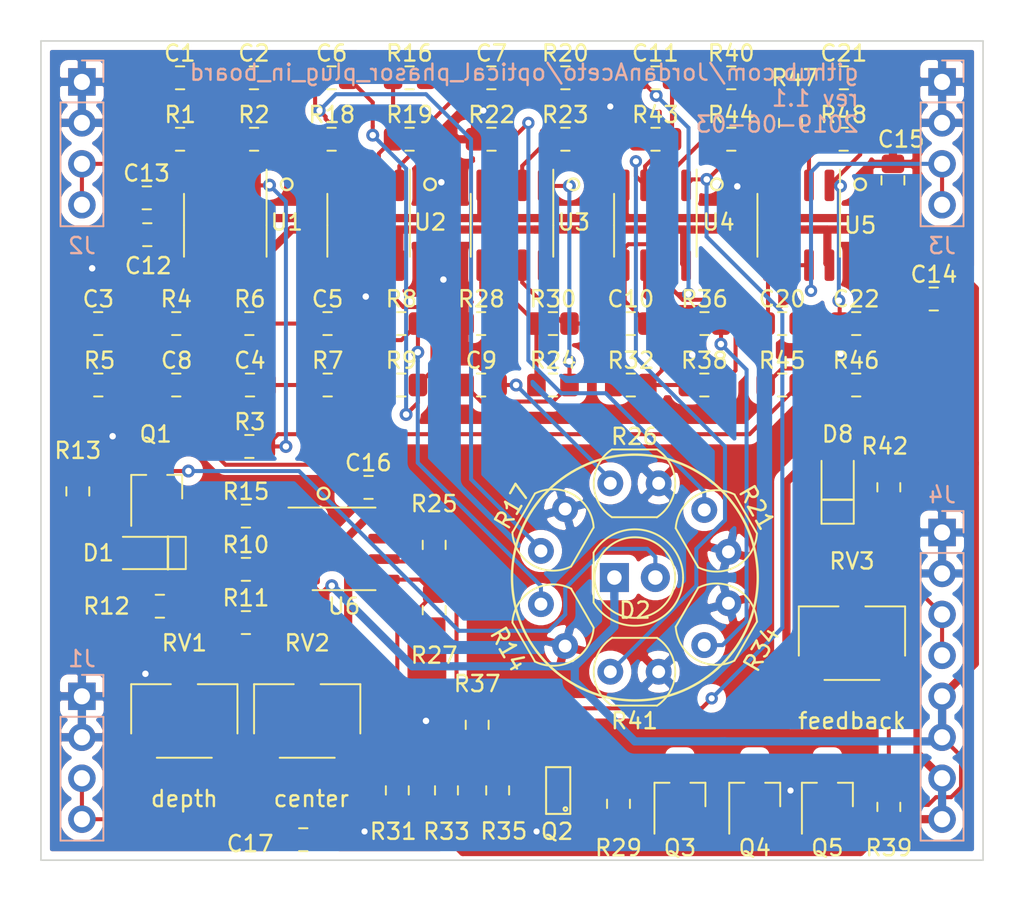
<source format=kicad_pcb>
(kicad_pcb (version 20171130) (host pcbnew 5.1.6-c6e7f7d~87~ubuntu18.04.1)
  (title_block (title "optical phasor plug in board") (date 2019-06-04) (rev 1.1) (comment 2 creativecommons.org/licenses/by/4.0/) (comment 3 "Licinse: CC by 4.0") (comment 4 "Author: Jordan Aceto"))
  (layers (0 F.Cu signal) (31 B.Cu signal) (34 B.Paste user) (35 F.Paste user) (36 B.SilkS user) (37 F.SilkS user) (38 B.Mask user) (39 F.Mask user) (44 Edge.Cuts user))
  (net 0 "")
  (net 1 "Net-(C1-Pad1)")
  (net 2 "Net-(C2-Pad1)")
  (net 3 "Net-(C2-Pad2)")
  (net 4 "Net-(C3-Pad1)")
  (net 5 "Net-(C4-Pad2)")
  (net 6 "Net-(C4-Pad1)")
  (net 7 "Net-(C5-Pad1)")
  (net 8 "Net-(C6-Pad1)")
  (net 9 "Net-(C6-Pad2)")
  (net 10 "Net-(C7-Pad2)")
  (net 11 "Net-(C7-Pad1)")
  (net 12 "Net-(C8-Pad1)")
  (net 13 "Net-(C8-Pad2)")
  (net 14 "Net-(C9-Pad1)")
  (net 15 "Net-(C9-Pad2)")
  (net 16 "Net-(C10-Pad2)")
  (net 17 "Net-(C10-Pad1)")
  (net 18 "Net-(C11-Pad1)")
  (net 19 "Net-(C11-Pad2)")
  (net 20 "Net-(D1-Pad1)")
  (net 21 "Net-(D8-Pad1)")
  (net 22 "Net-(J1-Pad3)")
  (net 23 "Net-(J2-Pad3)")
  (net 24 "Net-(J3-Pad3)")
  (net 25 "Net-(J4-Pad3)")
  (net 26 "Net-(Q2-Pad1)")
  (net 27 "Net-(Q3-Pad1)")
  (net 28 "Net-(Q5-Pad2)")
  (net 29 "Net-(R7-Pad1)")
  (net 30 "Net-(R10-Pad2)")
  (net 31 "Net-(R10-Pad1)")
  (net 32 "Net-(R11-Pad2)")
  (net 33 "Net-(R12-Pad2)")
  (net 34 "Net-(R16-Pad1)")
  (net 35 "Net-(R20-Pad1)")
  (net 36 "Net-(R24-Pad1)")
  (net 37 "Net-(R32-Pad1)")
  (net 38 "Net-(R40-Pad1)")
  (net 39 "Net-(Q2-Pad3)")
  (net 40 "Net-(Q2-Pad5)")
  (net 41 "Net-(Q2-Pad2)")
  (net 42 "Net-(Q2-Pad6)")
  (net 43 GND)
  (net 44 +12V)
  (net 45 -12V)
  (net 46 "Net-(C20-Pad2)")
  (net 47 "Net-(C21-Pad2)")
  (net 48 "Net-(C21-Pad1)")
  (net 49 "Net-(C22-Pad1)")
  (net 50 "Net-(D1-Pad2)")
  (net 51 "Net-(D2-Pad2)")
  (net 52 "Net-(R37-Pad2)")
  (module optical_phasor_plug_in_board:SOT457 (layer F.Cu) (at 148.914 112.522 90)
    (fp_text reference Q2 (at -2.54 -0.07 180) (layer F.SilkS))
    (fp_text value BCM847DS135 hide)
    (pad 6 smd rect (at -0.95 -1.45 90) (size 0.55 1.5) (layers F.Cu F.Paste F.Mask) (net 42 "Net-(Q2-Pad6)"))
    (pad 5 smd rect (at 0 -1.45 90) (size 0.55 1.5) (layers F.Cu F.Paste F.Mask) (net 40 "Net-(Q2-Pad5)"))
    (pad 4 smd rect (at 0.95 -1.45 90) (size 0.55 1.5) (layers F.Cu F.Paste F.Mask) (net 26 "Net-(Q2-Pad1)"))
    (pad 3 smd rect (at 0.95 1.45 90) (size 0.55 1.5) (layers F.Cu F.Paste F.Mask) (net 39 "Net-(Q2-Pad3)"))
    (pad 2 smd rect (at 0 1.45 90) (size 0.55 1.5) (layers F.Cu F.Paste F.Mask) (net 41 "Net-(Q2-Pad2)"))
    (pad 1 smd rect (at -0.95 1.45 90) (size 0.55 1.5) (layers F.Cu F.Paste F.Mask) (net 26 "Net-(Q2-Pad1)"))
  )
  (module Package_TO_SOT_SMD:SOT-23_Handsoldering (layer F.Cu) (at 165.608 112.8 90)
    (fp_text reference Q5 (at -3.278 0 180) (layer F.SilkS))
    (fp_text value MMBT3906)
    (pad 3 smd rect (at 1.5 0 90) (size 1.9 0.8) (layers F.Cu F.Paste F.Mask) (net 27 "Net-(Q3-Pad1)"))
    (pad 2 smd rect (at -1.5 0.95 90) (size 1.9 0.8) (layers F.Cu F.Paste F.Mask) (net 28 "Net-(Q5-Pad2)"))
    (pad 1 smd rect (at -1.5 -0.95 90) (size 1.9 0.8) (layers F.Cu F.Paste F.Mask) (net 43 GND))
  )
  (module Package_TO_SOT_SMD:SOT-23_Handsoldering (layer F.Cu) (at 161.102 112.8 90)
    (fp_text reference Q4 (at -3.278 0 180) (layer F.SilkS))
    (fp_text value MMBT3904)
    (pad 3 smd rect (at 1.5 0 90) (size 1.9 0.8) (layers F.Cu F.Paste F.Mask) (net 27 "Net-(Q3-Pad1)"))
    (pad 2 smd rect (at -1.5 0.95 90) (size 1.9 0.8) (layers F.Cu F.Paste F.Mask) (net 45 -12V))
    (pad 1 smd rect (at -1.5 -0.95 90) (size 1.9 0.8) (layers F.Cu F.Paste F.Mask) (net 27 "Net-(Q3-Pad1)"))
  )
  (module Package_TO_SOT_SMD:SOT-23_Handsoldering (layer F.Cu) (at 156.464 112.8 90)
    (fp_text reference Q3 (at -3.278 0 180) (layer F.SilkS))
    (fp_text value MMBT3904)
    (pad 3 smd rect (at 1.5 0 90) (size 1.9 0.8) (layers F.Cu F.Paste F.Mask) (net 26 "Net-(Q2-Pad1)"))
    (pad 2 smd rect (at -1.5 0.95 90) (size 1.9 0.8) (layers F.Cu F.Paste F.Mask) (net 45 -12V))
    (pad 1 smd rect (at -1.5 -0.95 90) (size 1.9 0.8) (layers F.Cu F.Paste F.Mask) (net 27 "Net-(Q3-Pad1)"))
  )
  (module Package_TO_SOT_SMD:SOT-23_Handsoldering (layer F.Cu) (at 124.018 93.71 90)
    (fp_text reference Q1 (at 3.286 -0.066 180) (layer F.SilkS))
    (fp_text value MMBT3906)
    (pad 3 smd rect (at 1.5 0 90) (size 1.9 0.8) (layers F.Cu F.Paste F.Mask) (net 51 "Net-(D2-Pad2)"))
    (pad 2 smd rect (at -1.5 0.95 90) (size 1.9 0.8) (layers F.Cu F.Paste F.Mask) (net 20 "Net-(D1-Pad1)"))
    (pad 1 smd rect (at -1.5 -0.95 90) (size 1.9 0.8) (layers F.Cu F.Paste F.Mask) (net 50 "Net-(D1-Pad2)"))
  )
  (module Potentiometer_SMD:Potentiometer_Bourns_3269W_Vertical (layer F.Cu) (at 167.132 103.378 180)
    (fp_text reference RV3 (at 0 5.08) (layer F.SilkS))
    (fp_text value 50k)
    (pad 3 smd rect (at -2.54 -2.415 180) (size 1.19 2.79) (layers F.Cu F.Paste F.Mask) (net 28 "Net-(Q5-Pad2)"))
    (pad 2 smd rect (at 0 2.415 180) (size 1.19 2.79) (layers F.Cu F.Paste F.Mask) (net 21 "Net-(D8-Pad1)"))
    (pad 1 smd rect (at 2.54 -2.415 180) (size 1.19 2.79) (layers F.Cu F.Paste F.Mask) (net 21 "Net-(D8-Pad1)"))
  )
  (module OptoDevice:R_LDR_5.0x4.1mm_P3mm_Vertical (layer F.Cu) (at 147.843793 97.662999 60)
    (fp_text reference R17 (at 1.5 -2.9 60) (layer F.SilkS))
    (fp_text value LDR)
    (pad 1 thru_hole circle (at 0 0 60) (size 1.6 1.6) (drill 0.8) (layers *.Cu *.Mask) (net 8 "Net-(C6-Pad1)"))
    (pad 2 thru_hole circle (at 3 0 60) (size 1.6 1.6) (drill 0.8) (layers *.Cu *.Mask) (net 43 GND))
  )
  (module Package_SO:SOIC-8_3.9x4.9mm_P1.27mm (layer F.Cu) (at 163.83 77.47 270)
    (fp_text reference U5 (at 0 -3.81 180) (layer F.SilkS))
    (fp_text value RC4558)
    (pad 8 smd roundrect (at 2.475 -1.905 270) (size 1.95 0.6) (layers F.Cu F.Paste F.Mask) (net 44 +12V))
    (pad 7 smd roundrect (at 2.475 -0.635 270) (size 1.95 0.6) (layers F.Cu F.Paste F.Mask) (net 24 "Net-(J3-Pad3)"))
    (pad 6 smd roundrect (at 2.475 0.635 270) (size 1.95 0.6) (layers F.Cu F.Paste F.Mask) (net 24 "Net-(J3-Pad3)"))
    (pad 5 smd roundrect (at 2.475 1.905 270) (size 1.95 0.6) (layers F.Cu F.Paste F.Mask) (net 46 "Net-(C20-Pad2)"))
    (pad 4 smd roundrect (at -2.475 1.905 270) (size 1.95 0.6) (layers F.Cu F.Paste F.Mask) (net 45 -12V))
    (pad 3 smd roundrect (at -2.475 0.635 270) (size 1.95 0.6) (layers F.Cu F.Paste F.Mask) (net 43 GND))
    (pad 2 smd roundrect (at -2.475 -0.635 270) (size 1.95 0.6) (layers F.Cu F.Paste F.Mask) (net 47 "Net-(C21-Pad2)"))
    (pad 1 smd roundrect (at -2.475 -1.905 270) (size 1.95 0.6) (layers F.Cu F.Paste F.Mask) (net 48 "Net-(C21-Pad1)"))
  )
  (module Potentiometer_SMD:Potentiometer_Bourns_3269W_Vertical (layer F.Cu) (at 133.35 108.204 180)
    (fp_text reference RV2 (at 0 4.826) (layer F.SilkS))
    (fp_text value 100k)
    (pad 3 smd rect (at -2.54 -2.415 180) (size 1.19 2.79) (layers F.Cu F.Paste F.Mask) (net 44 +12V))
    (pad 2 smd rect (at 0 2.415 180) (size 1.19 2.79) (layers F.Cu F.Paste F.Mask) (net 32 "Net-(R11-Pad2)"))
    (pad 1 smd rect (at 2.54 -2.415 180) (size 1.19 2.79) (layers F.Cu F.Paste F.Mask) (net 45 -12V))
  )
  (module Potentiometer_SMD:Potentiometer_Bourns_3269W_Vertical (layer F.Cu) (at 125.73 108.204 180)
    (fp_text reference RV1 (at 0 4.826) (layer F.SilkS))
    (fp_text value 10k)
    (pad 3 smd rect (at -2.54 -2.415 180) (size 1.19 2.79) (layers F.Cu F.Paste F.Mask) (net 22 "Net-(J1-Pad3)"))
    (pad 2 smd rect (at 0 2.415 180) (size 1.19 2.79) (layers F.Cu F.Paste F.Mask) (net 30 "Net-(R10-Pad2)"))
    (pad 1 smd rect (at 2.54 -2.415 180) (size 1.19 2.79) (layers F.Cu F.Paste F.Mask) (net 43 GND))
  )
  (module Connector_PinHeader_2.54mm:PinHeader_1x04_P2.54mm_Vertical (layer B.Cu) (at 119.38 106.68 180)
    (fp_text reference J1 (at 0 2.33) (layer B.SilkS) (effects (justify mirror)))
    (fp_text value Conn_01x04_Male)
    (pad 1 thru_hole rect (at 0 0 180) (size 1.7 1.7) (drill 1) (layers *.Cu *.Mask) (net 43 GND))
    (pad 2 thru_hole oval (at 0 -2.54 180) (size 1.7 1.7) (drill 1) (layers *.Cu *.Mask) (net 43 GND))
    (pad 3 thru_hole oval (at 0 -5.08 180) (size 1.7 1.7) (drill 1) (layers *.Cu *.Mask) (net 22 "Net-(J1-Pad3)"))
    (pad 4 thru_hole oval (at 0 -7.62 180) (size 1.7 1.7) (drill 1) (layers *.Cu *.Mask) (net 22 "Net-(J1-Pad3)"))
  )
  (module Resistor_SMD:R_0805_2012Metric_Pad1.15x1.40mm_HandSolder (layer F.Cu) (at 166.615 72.136 180)
    (fp_text reference R48 (at 0 1.524) (layer F.SilkS))
    (fp_text value 4k7)
    (pad 2 smd roundrect (at 1.025 0 180) (size 1.15 1.4) (layers F.Cu F.Paste F.Mask) (roundrect_rratio 0.217391) (net 47 "Net-(C21-Pad2)"))
    (pad 1 smd roundrect (at -1.025 0 180) (size 1.15 1.4) (layers F.Cu F.Paste F.Mask) (roundrect_rratio 0.217391) (net 48 "Net-(C21-Pad1)"))
  )
  (module Resistor_SMD:R_0805_2012Metric_Pad1.15x1.40mm_HandSolder (layer F.Cu) (at 163.322 71.129 270)
    (fp_text reference R47 (at -2.803 -0.254 180) (layer F.SilkS))
    (fp_text value 4k7)
    (pad 2 smd roundrect (at 1.025 0 270) (size 1.15 1.4) (layers F.Cu F.Paste F.Mask) (roundrect_rratio 0.217391) (net 52 "Net-(R37-Pad2)"))
    (pad 1 smd roundrect (at -1.025 0 270) (size 1.15 1.4) (layers F.Cu F.Paste F.Mask) (roundrect_rratio 0.217391) (net 47 "Net-(C21-Pad2)"))
  )
  (module Resistor_SMD:R_0805_2012Metric_Pad1.15x1.40mm_HandSolder (layer F.Cu) (at 167.395 87.376)
    (fp_text reference R46 (at -0.009 -1.524) (layer F.SilkS))
    (fp_text value 4k7)
    (pad 2 smd roundrect (at 1.025 0) (size 1.15 1.4) (layers F.Cu F.Paste F.Mask) (roundrect_rratio 0.217391) (net 49 "Net-(C22-Pad1)"))
    (pad 1 smd roundrect (at -1.025 0) (size 1.15 1.4) (layers F.Cu F.Paste F.Mask) (roundrect_rratio 0.217391) (net 46 "Net-(C20-Pad2)"))
  )
  (module Resistor_SMD:R_0805_2012Metric_Pad1.15x1.40mm_HandSolder (layer F.Cu) (at 162.805 87.376)
    (fp_text reference R45 (at 0 -1.524) (layer F.SilkS))
    (fp_text value 12k)
    (pad 2 smd roundrect (at 1.025 0) (size 1.15 1.4) (layers F.Cu F.Paste F.Mask) (roundrect_rratio 0.217391) (net 2 "Net-(C2-Pad1)"))
    (pad 1 smd roundrect (at -1.025 0) (size 1.15 1.4) (layers F.Cu F.Paste F.Mask) (roundrect_rratio 0.217391) (net 46 "Net-(C20-Pad2)"))
  )
  (module Resistor_SMD:R_0805_2012Metric_Pad1.15x1.40mm_HandSolder (layer F.Cu) (at 169.418 113.538 90)
    (fp_text reference R39 (at -2.54 0 180) (layer F.SilkS))
    (fp_text value 680k)
    (pad 2 smd roundrect (at 1.025 0 90) (size 1.15 1.4) (layers F.Cu F.Paste F.Mask) (roundrect_rratio 0.217391) (net 28 "Net-(Q5-Pad2)"))
    (pad 1 smd roundrect (at -1.025 0 90) (size 1.15 1.4) (layers F.Cu F.Paste F.Mask) (roundrect_rratio 0.217391) (net 44 +12V))
  )
  (module Resistor_SMD:R_0805_2012Metric_Pad1.15x1.40mm_HandSolder (layer F.Cu) (at 129.549 95.504 180)
    (fp_text reference R15 (at 0 1.524) (layer F.SilkS))
    (fp_text value ???)
    (pad 2 smd roundrect (at 1.025 0 180) (size 1.15 1.4) (layers F.Cu F.Paste F.Mask) (roundrect_rratio 0.217391) (net 31 "Net-(R10-Pad1)"))
    (pad 1 smd roundrect (at -1.025 0 180) (size 1.15 1.4) (layers F.Cu F.Paste F.Mask) (roundrect_rratio 0.217391) (net 33 "Net-(R12-Pad2)"))
  )
  (module Capacitor_SMD:C_0805_2012Metric_Pad1.15x1.40mm_HandSolder (layer F.Cu) (at 167.395 83.566 180)
    (fp_text reference C22 (at 0 1.524) (layer F.SilkS))
    (fp_text value 220nF)
    (pad 2 smd roundrect (at 1.025 0 180) (size 1.15 1.4) (layers F.Cu F.Paste F.Mask) (roundrect_rratio 0.217391) (net 48 "Net-(C21-Pad1)"))
    (pad 1 smd roundrect (at -1.025 0 180) (size 1.15 1.4) (layers F.Cu F.Paste F.Mask) (roundrect_rratio 0.217391) (net 49 "Net-(C22-Pad1)"))
  )
  (module Capacitor_SMD:C_0805_2012Metric_Pad1.15x1.40mm_HandSolder (layer F.Cu) (at 166.633 68.326 180)
    (fp_text reference C21 (at 0.009 1.524) (layer F.SilkS))
    (fp_text value 1n)
    (pad 2 smd roundrect (at 1.025 0 180) (size 1.15 1.4) (layers F.Cu F.Paste F.Mask) (roundrect_rratio 0.217391) (net 47 "Net-(C21-Pad2)"))
    (pad 1 smd roundrect (at -1.025 0 180) (size 1.15 1.4) (layers F.Cu F.Paste F.Mask) (roundrect_rratio 0.217391) (net 48 "Net-(C21-Pad1)"))
  )
  (module Capacitor_SMD:C_0805_2012Metric_Pad1.15x1.40mm_HandSolder (layer F.Cu) (at 162.805 83.566 180)
    (fp_text reference C20 (at 0 1.524) (layer F.SilkS))
    (fp_text value 470pF)
    (pad 2 smd roundrect (at 1.025 0 180) (size 1.15 1.4) (layers F.Cu F.Paste F.Mask) (roundrect_rratio 0.217391) (net 46 "Net-(C20-Pad2)"))
    (pad 1 smd roundrect (at -1.025 0 180) (size 1.15 1.4) (layers F.Cu F.Paste F.Mask) (roundrect_rratio 0.217391) (net 43 GND))
  )
  (module Resistor_SMD:R_0805_2012Metric_Pad1.15x1.40mm_HandSolder (layer F.Cu) (at 157.979 87.376 180)
    (fp_text reference R38 (at 0 1.524) (layer F.SilkS))
    (fp_text value 4k7)
    (pad 1 smd roundrect (at -1.025 0 180) (size 1.15 1.4) (layers F.Cu F.Paste F.Mask) (roundrect_rratio 0.217391) (net 19 "Net-(C11-Pad2)"))
    (pad 2 smd roundrect (at 1.025 0 180) (size 1.15 1.4) (layers F.Cu F.Paste F.Mask) (roundrect_rratio 0.217391) (net 37 "Net-(R32-Pad1)"))
  )
  (module Capacitor_SMD:C_0805_2012Metric_Pad1.15x1.40mm_HandSolder (layer F.Cu) (at 154.949 68.326 180)
    (fp_text reference C11 (at 0.009 1.524) (layer F.SilkS))
    (fp_text value 6n8)
    (pad 2 smd roundrect (at 1.025 0 180) (size 1.15 1.4) (layers F.Cu F.Paste F.Mask) (roundrect_rratio 0.217391) (net 19 "Net-(C11-Pad2)"))
    (pad 1 smd roundrect (at -1.025 0 180) (size 1.15 1.4) (layers F.Cu F.Paste F.Mask) (roundrect_rratio 0.217391) (net 18 "Net-(C11-Pad1)"))
  )
  (module Resistor_SMD:R_0805_2012Metric_Pad1.15x1.40mm_HandSolder (layer F.Cu) (at 157.988 83.566)
    (fp_text reference R36 (at 0 -1.524) (layer F.SilkS))
    (fp_text value 220k)
    (pad 1 smd roundrect (at -1.025 0) (size 1.15 1.4) (layers F.Cu F.Paste F.Mask) (roundrect_rratio 0.217391) (net 43 GND))
    (pad 2 smd roundrect (at 1.025 0) (size 1.15 1.4) (layers F.Cu F.Paste F.Mask) (roundrect_rratio 0.217391) (net 17 "Net-(C10-Pad1)"))
  )
  (module Resistor_SMD:R_0805_2012Metric_Pad1.15x1.40mm_HandSolder (layer F.Cu) (at 154.949 72.136)
    (fp_text reference R43 (at -0.009 -1.524) (layer F.SilkS))
    (fp_text value 220k)
    (pad 1 smd roundrect (at -1.025 0) (size 1.15 1.4) (layers F.Cu F.Paste F.Mask) (roundrect_rratio 0.217391) (net 43 GND))
    (pad 2 smd roundrect (at 1.025 0) (size 1.15 1.4) (layers F.Cu F.Paste F.Mask) (roundrect_rratio 0.217391) (net 18 "Net-(C11-Pad1)"))
  )
  (module Resistor_SMD:R_0805_2012Metric_Pad1.15x1.40mm_HandSolder (layer F.Cu) (at 153.416 87.376 180)
    (fp_text reference R32 (at -0.009 1.524) (layer F.SilkS))
    (fp_text value 4k7)
    (pad 2 smd roundrect (at 1.025 0 180) (size 1.15 1.4) (layers F.Cu F.Paste F.Mask) (roundrect_rratio 0.217391) (net 16 "Net-(C10-Pad2)"))
    (pad 1 smd roundrect (at -1.025 0 180) (size 1.15 1.4) (layers F.Cu F.Paste F.Mask) (roundrect_rratio 0.217391) (net 37 "Net-(R32-Pad1)"))
  )
  (module Resistor_SMD:R_0805_2012Metric_Pad1.15x1.40mm_HandSolder (layer F.Cu) (at 159.648 72.136 180)
    (fp_text reference R44 (at 0.009 1.524) (layer F.SilkS))
    (fp_text value 4k7)
    (pad 1 smd roundrect (at -1.025 0 180) (size 1.15 1.4) (layers F.Cu F.Paste F.Mask) (roundrect_rratio 0.217391) (net 52 "Net-(R37-Pad2)"))
    (pad 2 smd roundrect (at 1.025 0 180) (size 1.15 1.4) (layers F.Cu F.Paste F.Mask) (roundrect_rratio 0.217391) (net 38 "Net-(R40-Pad1)"))
  )
  (module Capacitor_SMD:C_0805_2012Metric_Pad1.15x1.40mm_HandSolder (layer F.Cu) (at 153.416 83.566 180)
    (fp_text reference C10 (at 0 1.524) (layer F.SilkS))
    (fp_text value 6n8)
    (pad 2 smd roundrect (at 1.025 0 180) (size 1.15 1.4) (layers F.Cu F.Paste F.Mask) (roundrect_rratio 0.217391) (net 16 "Net-(C10-Pad2)"))
    (pad 1 smd roundrect (at -1.025 0 180) (size 1.15 1.4) (layers F.Cu F.Paste F.Mask) (roundrect_rratio 0.217391) (net 17 "Net-(C10-Pad1)"))
  )
  (module Resistor_SMD:R_0805_2012Metric_Pad1.15x1.40mm_HandSolder (layer F.Cu) (at 159.648 68.326)
    (fp_text reference R40 (at -0.009 -1.524) (layer F.SilkS))
    (fp_text value 4k7)
    (pad 2 smd roundrect (at 1.025 0) (size 1.15 1.4) (layers F.Cu F.Paste F.Mask) (roundrect_rratio 0.217391) (net 19 "Net-(C11-Pad2)"))
    (pad 1 smd roundrect (at -1.025 0) (size 1.15 1.4) (layers F.Cu F.Paste F.Mask) (roundrect_rratio 0.217391) (net 38 "Net-(R40-Pad1)"))
  )
  (module Package_SO:SOIC-8_3.9x4.9mm_P1.27mm (layer F.Cu) (at 154.94 77.47 270)
    (fp_text reference U4 (at -0.189 -3.918 180) (layer F.SilkS))
    (fp_text value RC4558)
    (pad 8 smd roundrect (at 2.475 -1.905 270) (size 1.95 0.6) (layers F.Cu F.Paste F.Mask) (net 44 +12V))
    (pad 7 smd roundrect (at 2.475 -0.635 270) (size 1.95 0.6) (layers F.Cu F.Paste F.Mask) (net 19 "Net-(C11-Pad2)"))
    (pad 6 smd roundrect (at 2.475 0.635 270) (size 1.95 0.6) (layers F.Cu F.Paste F.Mask) (net 37 "Net-(R32-Pad1)"))
    (pad 5 smd roundrect (at 2.475 1.905 270) (size 1.95 0.6) (layers F.Cu F.Paste F.Mask) (net 17 "Net-(C10-Pad1)"))
    (pad 4 smd roundrect (at -2.475 1.905 270) (size 1.95 0.6) (layers F.Cu F.Paste F.Mask) (net 45 -12V))
    (pad 3 smd roundrect (at -2.475 0.635 270) (size 1.95 0.6) (layers F.Cu F.Paste F.Mask) (net 18 "Net-(C11-Pad1)"))
    (pad 2 smd roundrect (at -2.475 -0.635 270) (size 1.95 0.6) (layers F.Cu F.Paste F.Mask) (net 38 "Net-(R40-Pad1)"))
    (pad 1 smd roundrect (at -2.475 -1.905 270) (size 1.95 0.6) (layers F.Cu F.Paste F.Mask) (net 52 "Net-(R37-Pad2)"))
  )
  (module Resistor_SMD:R_0805_2012Metric_Pad1.15x1.40mm_HandSolder (layer F.Cu) (at 120.396 87.376)
    (fp_text reference R5 (at 0.075 -1.524) (layer F.SilkS))
    (fp_text value 220k)
    (pad 1 smd roundrect (at -1.025 0) (size 1.15 1.4) (layers F.Cu F.Paste F.Mask) (roundrect_rratio 0.217391) (net 43 GND))
    (pad 2 smd roundrect (at 1.025 0) (size 1.15 1.4) (layers F.Cu F.Paste F.Mask) (roundrect_rratio 0.217391) (net 4 "Net-(C3-Pad1)"))
  )
  (module LED_THT:LED_D5.0mm (layer F.Cu) (at 152.4 99.314)
    (fp_text reference D2 (at 1.27 2.032) (layer F.SilkS))
    (fp_text value green_diffused)
    (pad 2 thru_hole circle (at 2.54 0) (size 1.8 1.8) (drill 0.9) (layers *.Cu *.Mask) (net 51 "Net-(D2-Pad2)"))
    (pad 1 thru_hole rect (at 0 0) (size 1.8 1.8) (drill 0.9) (layers *.Cu *.Mask) (net 45 -12V))
  )
  (module Connector_PinHeader_2.54mm:PinHeader_1x04_P2.54mm_Vertical (layer B.Cu) (at 119.38 68.58 180)
    (fp_text reference J2 (at 0 -10.16) (layer B.SilkS) (effects (justify mirror)))
    (fp_text value Conn_01x04_Male)
    (pad 4 thru_hole oval (at 0 -7.62 180) (size 1.7 1.7) (drill 1) (layers *.Cu *.Mask) (net 23 "Net-(J2-Pad3)"))
    (pad 3 thru_hole oval (at 0 -5.08 180) (size 1.7 1.7) (drill 1) (layers *.Cu *.Mask) (net 23 "Net-(J2-Pad3)"))
    (pad 2 thru_hole oval (at 0 -2.54 180) (size 1.7 1.7) (drill 1) (layers *.Cu *.Mask) (net 43 GND))
    (pad 1 thru_hole rect (at 0 0 180) (size 1.7 1.7) (drill 1) (layers *.Cu *.Mask) (net 43 GND))
  )
  (module Connector_PinHeader_2.54mm:PinHeader_1x04_P2.54mm_Vertical (layer B.Cu) (at 172.72 68.58 180)
    (fp_text reference J3 (at 0 -10.16) (layer B.SilkS) (effects (justify mirror)))
    (fp_text value Conn_01x04_Male)
    (pad 4 thru_hole oval (at 0 -7.62 180) (size 1.7 1.7) (drill 1) (layers *.Cu *.Mask) (net 24 "Net-(J3-Pad3)"))
    (pad 3 thru_hole oval (at 0 -5.08 180) (size 1.7 1.7) (drill 1) (layers *.Cu *.Mask) (net 24 "Net-(J3-Pad3)"))
    (pad 2 thru_hole oval (at 0 -2.54 180) (size 1.7 1.7) (drill 1) (layers *.Cu *.Mask) (net 43 GND))
    (pad 1 thru_hole rect (at 0 0 180) (size 1.7 1.7) (drill 1) (layers *.Cu *.Mask) (net 43 GND))
  )
  (module Connector_PinHeader_2.54mm:PinHeader_1x08_P2.54mm_Vertical (layer B.Cu) (at 172.72 96.52 180)
    (fp_text reference J4 (at 0 2.33) (layer B.SilkS) (effects (justify mirror)))
    (fp_text value Conn_01x08_Male)
    (pad 1 thru_hole rect (at 0 0 180) (size 1.7 1.7) (drill 1) (layers *.Cu *.Mask) (net 43 GND))
    (pad 2 thru_hole oval (at 0 -2.54 180) (size 1.7 1.7) (drill 1) (layers *.Cu *.Mask) (net 43 GND))
    (pad 3 thru_hole oval (at 0 -5.08 180) (size 1.7 1.7) (drill 1) (layers *.Cu *.Mask) (net 25 "Net-(J4-Pad3)"))
    (pad 4 thru_hole oval (at 0 -7.62 180) (size 1.7 1.7) (drill 1) (layers *.Cu *.Mask) (net 25 "Net-(J4-Pad3)"))
    (pad 5 thru_hole oval (at 0 -10.16 180) (size 1.7 1.7) (drill 1) (layers *.Cu *.Mask) (net 45 -12V))
    (pad 6 thru_hole oval (at 0 -12.7 180) (size 1.7 1.7) (drill 1) (layers *.Cu *.Mask) (net 45 -12V))
    (pad 7 thru_hole oval (at 0 -15.24 180) (size 1.7 1.7) (drill 1) (layers *.Cu *.Mask) (net 44 +12V))
    (pad 8 thru_hole oval (at 0 -17.78 180) (size 1.7 1.7) (drill 1) (layers *.Cu *.Mask) (net 44 +12V))
  )
  (module OptoDevice:R_LDR_5.0x4.1mm_P3mm_Vertical (layer F.Cu) (at 147.843793 100.965001 300)
    (fp_text reference R14 (at 1.403675 3.156764 120) (layer F.SilkS))
    (fp_text value LDR)
    (pad 1 thru_hole circle (at 0 0 300) (size 1.6 1.6) (drill 0.8) (layers *.Cu *.Mask) (net 7 "Net-(C5-Pad1)"))
    (pad 2 thru_hole circle (at 3 0 300) (size 1.6 1.6) (drill 0.8) (layers *.Cu *.Mask) (net 43 GND))
  )
  (module OptoDevice:R_LDR_5.0x4.1mm_P3mm_Vertical (layer F.Cu) (at 157.972207 95.122999 300)
    (fp_text reference R21 (at 1.5 -2.9 120) (layer F.SilkS))
    (fp_text value LDR)
    (pad 2 thru_hole circle (at 3 0 300) (size 1.6 1.6) (drill 0.8) (layers *.Cu *.Mask) (net 43 GND))
    (pad 1 thru_hole circle (at 0 0 300) (size 1.6 1.6) (drill 0.8) (layers *.Cu *.Mask) (net 11 "Net-(C7-Pad1)"))
  )
  (module OptoDevice:R_LDR_5.0x4.1mm_P3mm_Vertical (layer F.Cu) (at 152.146 93.472)
    (fp_text reference R26 (at 1.5 -2.9) (layer F.SilkS))
    (fp_text value LDR)
    (pad 2 thru_hole circle (at 3 0) (size 1.6 1.6) (drill 0.8) (layers *.Cu *.Mask) (net 43 GND))
    (pad 1 thru_hole circle (at 0 0) (size 1.6 1.6) (drill 0.8) (layers *.Cu *.Mask) (net 14 "Net-(C9-Pad1)"))
  )
  (module OptoDevice:R_LDR_5.0x4.1mm_P3mm_Vertical (layer F.Cu) (at 157.972207 103.505001 60)
    (fp_text reference R34 (at 1.55803 3.206586 60) (layer F.SilkS))
    (fp_text value LDR)
    (pad 2 thru_hole circle (at 3 0 60) (size 1.6 1.6) (drill 0.8) (layers *.Cu *.Mask) (net 43 GND))
    (pad 1 thru_hole circle (at 0 0 60) (size 1.6 1.6) (drill 0.8) (layers *.Cu *.Mask) (net 17 "Net-(C10-Pad1)"))
  )
  (module OptoDevice:R_LDR_5.0x4.1mm_P3mm_Vertical (layer F.Cu) (at 152.146 105.156)
    (fp_text reference R41 (at 1.5 3.048) (layer F.SilkS))
    (fp_text value LDR)
    (pad 2 thru_hole circle (at 3 0) (size 1.6 1.6) (drill 0.8) (layers *.Cu *.Mask) (net 43 GND))
    (pad 1 thru_hole circle (at 0 0) (size 1.6 1.6) (drill 0.8) (layers *.Cu *.Mask) (net 18 "Net-(C11-Pad1)"))
  )
  (module Package_SO:SOIC-8_3.9x4.9mm_P1.27mm (layer F.Cu) (at 128.27 77.47 270)
    (fp_text reference U1 (at -0.189 -3.81 180) (layer F.SilkS))
    (fp_text value RC4558)
    (pad 1 smd roundrect (at -2.475 -1.905 270) (size 1.95 0.6) (layers F.Cu F.Paste F.Mask) (net 2 "Net-(C2-Pad1)"))
    (pad 2 smd roundrect (at -2.475 -0.635 270) (size 1.95 0.6) (layers F.Cu F.Paste F.Mask) (net 3 "Net-(C2-Pad2)"))
    (pad 3 smd roundrect (at -2.475 0.635 270) (size 1.95 0.6) (layers F.Cu F.Paste F.Mask) (net 1 "Net-(C1-Pad1)"))
    (pad 4 smd roundrect (at -2.475 1.905 270) (size 1.95 0.6) (layers F.Cu F.Paste F.Mask) (net 45 -12V))
    (pad 5 smd roundrect (at 2.475 1.905 270) (size 1.95 0.6) (layers F.Cu F.Paste F.Mask) (net 4 "Net-(C3-Pad1)"))
    (pad 6 smd roundrect (at 2.475 0.635 270) (size 1.95 0.6) (layers F.Cu F.Paste F.Mask) (net 6 "Net-(C4-Pad1)"))
    (pad 7 smd roundrect (at 2.475 -0.635 270) (size 1.95 0.6) (layers F.Cu F.Paste F.Mask) (net 5 "Net-(C4-Pad2)"))
    (pad 8 smd roundrect (at 2.475 -1.905 270) (size 1.95 0.6) (layers F.Cu F.Paste F.Mask) (net 44 +12V))
  )
  (module Package_SO:SOIC-8_3.9x4.9mm_P1.27mm (layer F.Cu) (at 137.16 77.47 270)
    (fp_text reference U2 (at -0.189 -3.818 180) (layer F.SilkS))
    (fp_text value RC4558)
    (pad 1 smd roundrect (at -2.475 -1.905 270) (size 1.95 0.6) (layers F.Cu F.Paste F.Mask) (net 10 "Net-(C7-Pad2)"))
    (pad 2 smd roundrect (at -2.475 -0.635 270) (size 1.95 0.6) (layers F.Cu F.Paste F.Mask) (net 34 "Net-(R16-Pad1)"))
    (pad 3 smd roundrect (at -2.475 0.635 270) (size 1.95 0.6) (layers F.Cu F.Paste F.Mask) (net 8 "Net-(C6-Pad1)"))
    (pad 4 smd roundrect (at -2.475 1.905 270) (size 1.95 0.6) (layers F.Cu F.Paste F.Mask) (net 45 -12V))
    (pad 5 smd roundrect (at 2.475 1.905 270) (size 1.95 0.6) (layers F.Cu F.Paste F.Mask) (net 7 "Net-(C5-Pad1)"))
    (pad 6 smd roundrect (at 2.475 0.635 270) (size 1.95 0.6) (layers F.Cu F.Paste F.Mask) (net 29 "Net-(R7-Pad1)"))
    (pad 7 smd roundrect (at 2.475 -0.635 270) (size 1.95 0.6) (layers F.Cu F.Paste F.Mask) (net 9 "Net-(C6-Pad2)"))
    (pad 8 smd roundrect (at 2.475 -1.905 270) (size 1.95 0.6) (layers F.Cu F.Paste F.Mask) (net 44 +12V))
  )
  (module Package_SO:SOIC-8_3.9x4.9mm_P1.27mm (layer F.Cu) (at 146.05 77.47 270)
    (fp_text reference U3 (at -0.189 -3.836 180) (layer F.SilkS))
    (fp_text value RC4558)
    (pad 1 smd roundrect (at -2.475 -1.905 270) (size 1.95 0.6) (layers F.Cu F.Paste F.Mask) (net 15 "Net-(C9-Pad2)"))
    (pad 2 smd roundrect (at -2.475 -0.635 270) (size 1.95 0.6) (layers F.Cu F.Paste F.Mask) (net 35 "Net-(R20-Pad1)"))
    (pad 3 smd roundrect (at -2.475 0.635 270) (size 1.95 0.6) (layers F.Cu F.Paste F.Mask) (net 11 "Net-(C7-Pad1)"))
    (pad 4 smd roundrect (at -2.475 1.905 270) (size 1.95 0.6) (layers F.Cu F.Paste F.Mask) (net 45 -12V))
    (pad 5 smd roundrect (at 2.475 1.905 270) (size 1.95 0.6) (layers F.Cu F.Paste F.Mask) (net 14 "Net-(C9-Pad1)"))
    (pad 6 smd roundrect (at 2.475 0.635 270) (size 1.95 0.6) (layers F.Cu F.Paste F.Mask) (net 36 "Net-(R24-Pad1)"))
    (pad 7 smd roundrect (at 2.475 -0.635 270) (size 1.95 0.6) (layers F.Cu F.Paste F.Mask) (net 16 "Net-(C10-Pad2)"))
    (pad 8 smd roundrect (at 2.475 -1.905 270) (size 1.95 0.6) (layers F.Cu F.Paste F.Mask) (net 44 +12V))
  )
  (module Package_SO:SOIC-8_3.9x4.9mm_P1.27mm (layer F.Cu) (at 135.636 97.536)
    (fp_text reference U6 (at 0 3.556) (layer F.SilkS))
    (fp_text value TL072)
    (pad 8 smd roundrect (at 2.475 -1.905) (size 1.95 0.6) (layers F.Cu F.Paste F.Mask) (net 44 +12V))
    (pad 7 smd roundrect (at 2.475 -0.635) (size 1.95 0.6) (layers F.Cu F.Paste F.Mask) (net 13 "Net-(C8-Pad2)"))
    (pad 6 smd roundrect (at 2.475 0.635) (size 1.95 0.6) (layers F.Cu F.Paste F.Mask) (net 39 "Net-(Q2-Pad3)"))
    (pad 5 smd roundrect (at 2.475 1.905) (size 1.95 0.6) (layers F.Cu F.Paste F.Mask) (net 42 "Net-(Q2-Pad6)"))
    (pad 4 smd roundrect (at -2.475 1.905) (size 1.95 0.6) (layers F.Cu F.Paste F.Mask) (net 45 -12V))
    (pad 3 smd roundrect (at -2.475 0.635) (size 1.95 0.6) (layers F.Cu F.Paste F.Mask) (net 43 GND))
    (pad 2 smd roundrect (at -2.475 -0.635) (size 1.95 0.6) (layers F.Cu F.Paste F.Mask) (net 31 "Net-(R10-Pad1)"))
    (pad 1 smd roundrect (at -2.475 -1.905) (size 1.95 0.6) (layers F.Cu F.Paste F.Mask) (net 33 "Net-(R12-Pad2)"))
  )
  (module Capacitor_SMD:C_0805_2012Metric_Pad1.15x1.40mm_HandSolder (layer F.Cu) (at 125.467 68.326 180)
    (fp_text reference C1 (at 0.017 1.524) (layer F.SilkS))
    (fp_text value 33pF)
    (pad 2 smd roundrect (at 1.025 0 180) (size 1.15 1.4) (layers F.Cu F.Paste F.Mask) (roundrect_rratio 0.217391) (net 43 GND))
    (pad 1 smd roundrect (at -1.025 0 180) (size 1.15 1.4) (layers F.Cu F.Paste F.Mask) (roundrect_rratio 0.217391) (net 1 "Net-(C1-Pad1)"))
  )
  (module Capacitor_SMD:C_0805_2012Metric_Pad1.15x1.40mm_HandSolder (layer F.Cu) (at 130.048 68.326 180)
    (fp_text reference C2 (at 0 1.524) (layer F.SilkS))
    (fp_text value 100nF)
    (pad 1 smd roundrect (at -1.025 0 180) (size 1.15 1.4) (layers F.Cu F.Paste F.Mask) (roundrect_rratio 0.217391) (net 2 "Net-(C2-Pad1)"))
    (pad 2 smd roundrect (at 1.025 0 180) (size 1.15 1.4) (layers F.Cu F.Paste F.Mask) (roundrect_rratio 0.217391) (net 3 "Net-(C2-Pad2)"))
  )
  (module Capacitor_SMD:C_0805_2012Metric_Pad1.15x1.40mm_HandSolder (layer F.Cu) (at 120.387 83.566 180)
    (fp_text reference C3 (at -0.009 1.524) (layer F.SilkS))
    (fp_text value 3n3)
    (pad 1 smd roundrect (at -1.025 0 180) (size 1.15 1.4) (layers F.Cu F.Paste F.Mask) (roundrect_rratio 0.217391) (net 4 "Net-(C3-Pad1)"))
    (pad 2 smd roundrect (at 1.025 0 180) (size 1.15 1.4) (layers F.Cu F.Paste F.Mask) (roundrect_rratio 0.217391) (net 43 GND))
  )
  (module Capacitor_SMD:C_0805_2012Metric_Pad1.15x1.40mm_HandSolder (layer F.Cu) (at 129.803 87.376)
    (fp_text reference C4 (at -0.009 -1.524) (layer F.SilkS))
    (fp_text value 1nF)
    (pad 2 smd roundrect (at 1.025 0) (size 1.15 1.4) (layers F.Cu F.Paste F.Mask) (roundrect_rratio 0.217391) (net 5 "Net-(C4-Pad2)"))
    (pad 1 smd roundrect (at -1.025 0) (size 1.15 1.4) (layers F.Cu F.Paste F.Mask) (roundrect_rratio 0.217391) (net 6 "Net-(C4-Pad1)"))
  )
  (module Capacitor_SMD:C_0805_2012Metric_Pad1.15x1.40mm_HandSolder (layer F.Cu) (at 134.611 83.566 180)
    (fp_text reference C5 (at 0 1.524) (layer F.SilkS))
    (fp_text value 6n8)
    (pad 1 smd roundrect (at -1.025 0 180) (size 1.15 1.4) (layers F.Cu F.Paste F.Mask) (roundrect_rratio 0.217391) (net 7 "Net-(C5-Pad1)"))
    (pad 2 smd roundrect (at 1.025 0 180) (size 1.15 1.4) (layers F.Cu F.Paste F.Mask) (roundrect_rratio 0.217391) (net 5 "Net-(C4-Pad2)"))
  )
  (module Capacitor_SMD:C_0805_2012Metric_Pad1.15x1.40mm_HandSolder (layer F.Cu) (at 134.865 68.326)
    (fp_text reference C6 (at 0 -1.524) (layer F.SilkS))
    (fp_text value 6n8)
    (pad 1 smd roundrect (at -1.025 0) (size 1.15 1.4) (layers F.Cu F.Paste F.Mask) (roundrect_rratio 0.217391) (net 8 "Net-(C6-Pad1)"))
    (pad 2 smd roundrect (at 1.025 0) (size 1.15 1.4) (layers F.Cu F.Paste F.Mask) (roundrect_rratio 0.217391) (net 9 "Net-(C6-Pad2)"))
  )
  (module Capacitor_SMD:C_0805_2012Metric_Pad1.15x1.40mm_HandSolder (layer F.Cu) (at 144.771 68.326 180)
    (fp_text reference C7 (at -0.009 1.524) (layer F.SilkS))
    (fp_text value 6n8)
    (pad 1 smd roundrect (at -1.025 0 180) (size 1.15 1.4) (layers F.Cu F.Paste F.Mask) (roundrect_rratio 0.217391) (net 11 "Net-(C7-Pad1)"))
    (pad 2 smd roundrect (at 1.025 0 180) (size 1.15 1.4) (layers F.Cu F.Paste F.Mask) (roundrect_rratio 0.217391) (net 10 "Net-(C7-Pad2)"))
  )
  (module Capacitor_SMD:C_0805_2012Metric_Pad1.15x1.40mm_HandSolder (layer F.Cu) (at 125.231 87.376)
    (fp_text reference C8 (at 0.025 -1.524) (layer F.SilkS))
    (fp_text value 470nF)
    (pad 2 smd roundrect (at 1.025 0) (size 1.15 1.4) (layers F.Cu F.Paste F.Mask) (roundrect_rratio 0.217391) (net 13 "Net-(C8-Pad2)"))
    (pad 1 smd roundrect (at -1.025 0) (size 1.15 1.4) (layers F.Cu F.Paste F.Mask) (roundrect_rratio 0.217391) (net 12 "Net-(C8-Pad1)"))
  )
  (module Capacitor_SMD:C_0805_2012Metric_Pad1.15x1.40mm_HandSolder (layer F.Cu) (at 144.136 87.376 180)
    (fp_text reference C9 (at -0.009 1.524) (layer F.SilkS))
    (fp_text value 6n8)
    (pad 1 smd roundrect (at -1.025 0 180) (size 1.15 1.4) (layers F.Cu F.Paste F.Mask) (roundrect_rratio 0.217391) (net 14 "Net-(C9-Pad1)"))
    (pad 2 smd roundrect (at 1.025 0 180) (size 1.15 1.4) (layers F.Cu F.Paste F.Mask) (roundrect_rratio 0.217391) (net 15 "Net-(C9-Pad2)"))
  )
  (module Resistor_SMD:R_0805_2012Metric_Pad1.15x1.40mm_HandSolder (layer F.Cu) (at 125.467 72.136)
    (fp_text reference R1 (at 0.009 -1.524) (layer F.SilkS))
    (fp_text value 3k9)
    (pad 1 smd roundrect (at -1.025 0) (size 1.15 1.4) (layers F.Cu F.Paste F.Mask) (roundrect_rratio 0.217391) (net 23 "Net-(J2-Pad3)"))
    (pad 2 smd roundrect (at 1.025 0) (size 1.15 1.4) (layers F.Cu F.Paste F.Mask) (roundrect_rratio 0.217391) (net 1 "Net-(C1-Pad1)"))
  )
  (module Resistor_SMD:R_0805_2012Metric_Pad1.15x1.40mm_HandSolder (layer F.Cu) (at 130.057 72.136 180)
    (fp_text reference R2 (at 0.009 1.524) (layer F.SilkS))
    (fp_text value 390k)
    (pad 2 smd roundrect (at 1.025 0 180) (size 1.15 1.4) (layers F.Cu F.Paste F.Mask) (roundrect_rratio 0.217391) (net 3 "Net-(C2-Pad2)"))
    (pad 1 smd roundrect (at -1.025 0 180) (size 1.15 1.4) (layers F.Cu F.Paste F.Mask) (roundrect_rratio 0.217391) (net 2 "Net-(C2-Pad1)"))
  )
  (module Resistor_SMD:R_0805_2012Metric_Pad1.15x1.40mm_HandSolder (layer F.Cu) (at 129.763 91.186)
    (fp_text reference R3 (at 0.031 -1.524) (layer F.SilkS))
    (fp_text value 4k7)
    (pad 1 smd roundrect (at -1.025 0) (size 1.15 1.4) (layers F.Cu F.Paste F.Mask) (roundrect_rratio 0.217391) (net 6 "Net-(C4-Pad1)"))
    (pad 2 smd roundrect (at 1.025 0) (size 1.15 1.4) (layers F.Cu F.Paste F.Mask) (roundrect_rratio 0.217391) (net 2 "Net-(C2-Pad1)"))
  )
  (module Resistor_SMD:R_0805_2012Metric_Pad1.15x1.40mm_HandSolder (layer F.Cu) (at 125.231 83.566 180)
    (fp_text reference R4 (at 0 1.524) (layer F.SilkS))
    (fp_text value 8k2)
    (pad 1 smd roundrect (at -1.025 0 180) (size 1.15 1.4) (layers F.Cu F.Paste F.Mask) (roundrect_rratio 0.217391) (net 12 "Net-(C8-Pad1)"))
    (pad 2 smd roundrect (at 1.025 0 180) (size 1.15 1.4) (layers F.Cu F.Paste F.Mask) (roundrect_rratio 0.217391) (net 4 "Net-(C3-Pad1)"))
  )
  (module Resistor_SMD:R_0805_2012Metric_Pad1.15x1.40mm_HandSolder (layer F.Cu) (at 129.763 83.566 180)
    (fp_text reference R6 (at -0.031 1.524) (layer F.SilkS))
    (fp_text value 4k7)
    (pad 2 smd roundrect (at 1.025 0 180) (size 1.15 1.4) (layers F.Cu F.Paste F.Mask) (roundrect_rratio 0.217391) (net 6 "Net-(C4-Pad1)"))
    (pad 1 smd roundrect (at -1.025 0 180) (size 1.15 1.4) (layers F.Cu F.Paste F.Mask) (roundrect_rratio 0.217391) (net 5 "Net-(C4-Pad2)"))
  )
  (module Resistor_SMD:R_0805_2012Metric_Pad1.15x1.40mm_HandSolder (layer F.Cu) (at 134.62 87.376 180)
    (fp_text reference R7 (at 0 1.524) (layer F.SilkS))
    (fp_text value 4k7)
    (pad 1 smd roundrect (at -1.025 0 180) (size 1.15 1.4) (layers F.Cu F.Paste F.Mask) (roundrect_rratio 0.217391) (net 29 "Net-(R7-Pad1)"))
    (pad 2 smd roundrect (at 1.025 0 180) (size 1.15 1.4) (layers F.Cu F.Paste F.Mask) (roundrect_rratio 0.217391) (net 5 "Net-(C4-Pad2)"))
  )
  (module Resistor_SMD:R_0805_2012Metric_Pad1.15x1.40mm_HandSolder (layer F.Cu) (at 139.192 83.566)
    (fp_text reference R8 (at 0 -1.524) (layer F.SilkS))
    (fp_text value 220k)
    (pad 1 smd roundrect (at -1.025 0) (size 1.15 1.4) (layers F.Cu F.Paste F.Mask) (roundrect_rratio 0.217391) (net 43 GND))
    (pad 2 smd roundrect (at 1.025 0) (size 1.15 1.4) (layers F.Cu F.Paste F.Mask) (roundrect_rratio 0.217391) (net 7 "Net-(C5-Pad1)"))
  )
  (module Resistor_SMD:R_0805_2012Metric_Pad1.15x1.40mm_HandSolder (layer F.Cu) (at 139.192 87.376 180)
    (fp_text reference R9 (at 0 1.524) (layer F.SilkS))
    (fp_text value 4k7)
    (pad 2 smd roundrect (at 1.025 0 180) (size 1.15 1.4) (layers F.Cu F.Paste F.Mask) (roundrect_rratio 0.217391) (net 29 "Net-(R7-Pad1)"))
    (pad 1 smd roundrect (at -1.025 0 180) (size 1.15 1.4) (layers F.Cu F.Paste F.Mask) (roundrect_rratio 0.217391) (net 9 "Net-(C6-Pad2)"))
  )
  (module Resistor_SMD:R_0805_2012Metric_Pad1.15x1.40mm_HandSolder (layer F.Cu) (at 129.549 98.806 180)
    (fp_text reference R10 (at 0.009 1.524) (layer F.SilkS))
    (fp_text value ???)
    (pad 2 smd roundrect (at 1.025 0 180) (size 1.15 1.4) (layers F.Cu F.Paste F.Mask) (roundrect_rratio 0.217391) (net 30 "Net-(R10-Pad2)"))
    (pad 1 smd roundrect (at -1.025 0 180) (size 1.15 1.4) (layers F.Cu F.Paste F.Mask) (roundrect_rratio 0.217391) (net 31 "Net-(R10-Pad1)"))
  )
  (module Resistor_SMD:R_0805_2012Metric_Pad1.15x1.40mm_HandSolder (layer F.Cu) (at 129.549 102.108 180)
    (fp_text reference R11 (at 0 1.524) (layer F.SilkS))
    (fp_text value ???)
    (pad 1 smd roundrect (at -1.025 0 180) (size 1.15 1.4) (layers F.Cu F.Paste F.Mask) (roundrect_rratio 0.217391) (net 31 "Net-(R10-Pad1)"))
    (pad 2 smd roundrect (at 1.025 0 180) (size 1.15 1.4) (layers F.Cu F.Paste F.Mask) (roundrect_rratio 0.217391) (net 32 "Net-(R11-Pad2)"))
  )
  (module Resistor_SMD:R_0805_2012Metric_Pad1.15x1.40mm_HandSolder (layer F.Cu) (at 124.215 101.092)
    (fp_text reference R12 (at -3.311 0) (layer F.SilkS))
    (fp_text value 10k)
    (pad 2 smd roundrect (at 1.025 0) (size 1.15 1.4) (layers F.Cu F.Paste F.Mask) (roundrect_rratio 0.217391) (net 33 "Net-(R12-Pad2)"))
    (pad 1 smd roundrect (at -1.025 0) (size 1.15 1.4) (layers F.Cu F.Paste F.Mask) (roundrect_rratio 0.217391) (net 50 "Net-(D1-Pad2)"))
  )
  (module Resistor_SMD:R_0805_2012Metric_Pad1.15x1.40mm_HandSolder (layer F.Cu) (at 119.126 93.971 90)
    (fp_text reference R13 (at 2.531 0 180) (layer F.SilkS))
    (fp_text value ???)
    (pad 1 smd roundrect (at -1.025 0 90) (size 1.15 1.4) (layers F.Cu F.Paste F.Mask) (roundrect_rratio 0.217391) (net 20 "Net-(D1-Pad1)"))
    (pad 2 smd roundrect (at 1.025 0 90) (size 1.15 1.4) (layers F.Cu F.Paste F.Mask) (roundrect_rratio 0.217391) (net 43 GND))
  )
  (module Resistor_SMD:R_0805_2012Metric_Pad1.15x1.40mm_HandSolder (layer F.Cu) (at 139.7 68.326)
    (fp_text reference R16 (at -0.009 -1.524) (layer F.SilkS))
    (fp_text value 4k7)
    (pad 2 smd roundrect (at 1.025 0) (size 1.15 1.4) (layers F.Cu F.Paste F.Mask) (roundrect_rratio 0.217391) (net 9 "Net-(C6-Pad2)"))
    (pad 1 smd roundrect (at -1.025 0) (size 1.15 1.4) (layers F.Cu F.Paste F.Mask) (roundrect_rratio 0.217391) (net 34 "Net-(R16-Pad1)"))
  )
  (module Resistor_SMD:R_0805_2012Metric_Pad1.15x1.40mm_HandSolder (layer F.Cu) (at 134.865 72.136)
    (fp_text reference R18 (at 0.009 -1.524) (layer F.SilkS))
    (fp_text value 220k)
    (pad 2 smd roundrect (at 1.025 0) (size 1.15 1.4) (layers F.Cu F.Paste F.Mask) (roundrect_rratio 0.217391) (net 8 "Net-(C6-Pad1)"))
    (pad 1 smd roundrect (at -1.025 0) (size 1.15 1.4) (layers F.Cu F.Paste F.Mask) (roundrect_rratio 0.217391) (net 43 GND))
  )
  (module Resistor_SMD:R_0805_2012Metric_Pad1.15x1.40mm_HandSolder (layer F.Cu) (at 139.7 72.136 180)
    (fp_text reference R19 (at 0 1.524) (layer F.SilkS))
    (fp_text value 4k7)
    (pad 1 smd roundrect (at -1.025 0 180) (size 1.15 1.4) (layers F.Cu F.Paste F.Mask) (roundrect_rratio 0.217391) (net 10 "Net-(C7-Pad2)"))
    (pad 2 smd roundrect (at 1.025 0 180) (size 1.15 1.4) (layers F.Cu F.Paste F.Mask) (roundrect_rratio 0.217391) (net 34 "Net-(R16-Pad1)"))
  )
  (module Resistor_SMD:R_0805_2012Metric_Pad1.15x1.40mm_HandSolder (layer F.Cu) (at 149.361 68.326)
    (fp_text reference R20 (at -0.009 -1.524) (layer F.SilkS))
    (fp_text value 4k7)
    (pad 2 smd roundrect (at 1.025 0) (size 1.15 1.4) (layers F.Cu F.Paste F.Mask) (roundrect_rratio 0.217391) (net 10 "Net-(C7-Pad2)"))
    (pad 1 smd roundrect (at -1.025 0) (size 1.15 1.4) (layers F.Cu F.Paste F.Mask) (roundrect_rratio 0.217391) (net 35 "Net-(R20-Pad1)"))
  )
  (module Resistor_SMD:R_0805_2012Metric_Pad1.15x1.40mm_HandSolder (layer F.Cu) (at 144.78 72.136)
    (fp_text reference R22 (at 0.009 -1.524 180) (layer F.SilkS))
    (fp_text value 220k)
    (pad 2 smd roundrect (at 1.025 0) (size 1.15 1.4) (layers F.Cu F.Paste F.Mask) (roundrect_rratio 0.217391) (net 11 "Net-(C7-Pad1)"))
    (pad 1 smd roundrect (at -1.025 0) (size 1.15 1.4) (layers F.Cu F.Paste F.Mask) (roundrect_rratio 0.217391) (net 43 GND))
  )
  (module Resistor_SMD:R_0805_2012Metric_Pad1.15x1.40mm_HandSolder (layer F.Cu) (at 149.361 72.136 180)
    (fp_text reference R23 (at 0.009 1.524) (layer F.SilkS))
    (fp_text value 4k7)
    (pad 2 smd roundrect (at 1.025 0 180) (size 1.15 1.4) (layers F.Cu F.Paste F.Mask) (roundrect_rratio 0.217391) (net 35 "Net-(R20-Pad1)"))
    (pad 1 smd roundrect (at -1.025 0 180) (size 1.15 1.4) (layers F.Cu F.Paste F.Mask) (roundrect_rratio 0.217391) (net 15 "Net-(C9-Pad2)"))
  )
  (module Resistor_SMD:R_0805_2012Metric_Pad1.15x1.40mm_HandSolder (layer F.Cu) (at 148.59 87.376)
    (fp_text reference R24 (at 0.009 -1.524) (layer F.SilkS))
    (fp_text value 4k7)
    (pad 2 smd roundrect (at 1.025 0) (size 1.15 1.4) (layers F.Cu F.Paste F.Mask) (roundrect_rratio 0.217391) (net 15 "Net-(C9-Pad2)"))
    (pad 1 smd roundrect (at -1.025 0) (size 1.15 1.4) (layers F.Cu F.Paste F.Mask) (roundrect_rratio 0.217391) (net 36 "Net-(R24-Pad1)"))
  )
  (module Resistor_SMD:R_0805_2012Metric_Pad1.15x1.40mm_HandSolder (layer F.Cu) (at 141.224 97.291 270)
    (fp_text reference R25 (at -2.549 0 180) (layer F.SilkS))
    (fp_text value 220k)
    (pad 2 smd roundrect (at 1.025 0 270) (size 1.15 1.4) (layers F.Cu F.Paste F.Mask) (roundrect_rratio 0.217391) (net 39 "Net-(Q2-Pad3)"))
    (pad 1 smd roundrect (at -1.025 0 270) (size 1.15 1.4) (layers F.Cu F.Paste F.Mask) (roundrect_rratio 0.217391) (net 13 "Net-(C8-Pad2)"))
  )
  (module Resistor_SMD:R_0805_2012Metric_Pad1.15x1.40mm_HandSolder (layer F.Cu) (at 141.224 101.337 90)
    (fp_text reference R27 (at -2.803 0 180) (layer F.SilkS))
    (fp_text value 220k)
    (pad 1 smd roundrect (at -1.025 0 90) (size 1.15 1.4) (layers F.Cu F.Paste F.Mask) (roundrect_rratio 0.217391) (net 43 GND))
    (pad 2 smd roundrect (at 1.025 0 90) (size 1.15 1.4) (layers F.Cu F.Paste F.Mask) (roundrect_rratio 0.217391) (net 42 "Net-(Q2-Pad6)"))
  )
  (module Resistor_SMD:R_0805_2012Metric_Pad1.15x1.40mm_HandSolder (layer F.Cu) (at 144.136 83.566)
    (fp_text reference R28 (at 0.009 -1.524) (layer F.SilkS))
    (fp_text value 220k)
    (pad 2 smd roundrect (at 1.025 0) (size 1.15 1.4) (layers F.Cu F.Paste F.Mask) (roundrect_rratio 0.217391) (net 14 "Net-(C9-Pad1)"))
    (pad 1 smd roundrect (at -1.025 0) (size 1.15 1.4) (layers F.Cu F.Paste F.Mask) (roundrect_rratio 0.217391) (net 43 GND))
  )
  (module Resistor_SMD:R_0805_2012Metric_Pad1.15x1.40mm_HandSolder (layer F.Cu) (at 152.654 113.3475 90)
    (fp_text reference R29 (at -2.7305 0 180) (layer F.SilkS))
    (fp_text value 220R)
    (pad 1 smd roundrect (at -1.025 0 90) (size 1.15 1.4) (layers F.Cu F.Paste F.Mask) (roundrect_rratio 0.217391) (net 43 GND))
    (pad 2 smd roundrect (at 1.025 0 90) (size 1.15 1.4) (layers F.Cu F.Paste F.Mask) (roundrect_rratio 0.217391) (net 41 "Net-(Q2-Pad2)"))
  )
  (module Resistor_SMD:R_0805_2012Metric_Pad1.15x1.40mm_HandSolder (layer F.Cu) (at 148.59 83.566 180)
    (fp_text reference R30 (at 0 1.524) (layer F.SilkS))
    (fp_text value 4k7)
    (pad 1 smd roundrect (at -1.025 0 180) (size 1.15 1.4) (layers F.Cu F.Paste F.Mask) (roundrect_rratio 0.217391) (net 16 "Net-(C10-Pad2)"))
    (pad 2 smd roundrect (at 1.025 0 180) (size 1.15 1.4) (layers F.Cu F.Paste F.Mask) (roundrect_rratio 0.217391) (net 36 "Net-(R24-Pad1)"))
  )
  (module Resistor_SMD:R_0805_2012Metric_Pad1.15x1.40mm_HandSolder (layer F.Cu) (at 138.938 112.513 270)
    (fp_text reference R31 (at 2.549 0.254 180) (layer F.SilkS))
    (fp_text value 47k)
    (pad 2 smd roundrect (at 1.025 0 270) (size 1.15 1.4) (layers F.Cu F.Paste F.Mask) (roundrect_rratio 0.217391) (net 44 +12V))
    (pad 1 smd roundrect (at -1.025 0 270) (size 1.15 1.4) (layers F.Cu F.Paste F.Mask) (roundrect_rratio 0.217391) (net 42 "Net-(Q2-Pad6)"))
  )
  (module Resistor_SMD:R_0805_2012Metric_Pad1.15x1.40mm_HandSolder (layer F.Cu) (at 141.986 112.513 270)
    (fp_text reference R33 (at 2.549 0 180) (layer F.SilkS))
    (fp_text value 47k)
    (pad 2 smd roundrect (at 1.025 0 270) (size 1.15 1.4) (layers F.Cu F.Paste F.Mask) (roundrect_rratio 0.217391) (net 44 +12V))
    (pad 1 smd roundrect (at -1.025 0 270) (size 1.15 1.4) (layers F.Cu F.Paste F.Mask) (roundrect_rratio 0.217391) (net 39 "Net-(Q2-Pad3)"))
  )
  (module Resistor_SMD:R_0805_2012Metric_Pad1.15x1.40mm_HandSolder (layer F.Cu) (at 145.161 112.513 90)
    (fp_text reference R35 (at -2.531 0.381 180) (layer F.SilkS))
    (fp_text value 220R)
    (pad 1 smd roundrect (at -1.025 0 90) (size 1.15 1.4) (layers F.Cu F.Paste F.Mask) (roundrect_rratio 0.217391) (net 43 GND))
    (pad 2 smd roundrect (at 1.025 0 90) (size 1.15 1.4) (layers F.Cu F.Paste F.Mask) (roundrect_rratio 0.217391) (net 40 "Net-(Q2-Pad5)"))
  )
  (module Resistor_SMD:R_0805_2012Metric_Pad1.15x1.40mm_HandSolder (layer F.Cu) (at 143.891 108.449 90)
    (fp_text reference R37 (at 2.549 0 180) (layer F.SilkS))
    (fp_text value 100k)
    (pad 1 smd roundrect (at -1.025 0 90) (size 1.15 1.4) (layers F.Cu F.Paste F.Mask) (roundrect_rratio 0.217391) (net 40 "Net-(Q2-Pad5)"))
    (pad 2 smd roundrect (at 1.025 0 90) (size 1.15 1.4) (layers F.Cu F.Paste F.Mask) (roundrect_rratio 0.217391) (net 52 "Net-(R37-Pad2)"))
  )
  (module Resistor_SMD:R_0805_2012Metric_Pad1.15x1.40mm_HandSolder (layer F.Cu) (at 169.418 93.717 90)
    (fp_text reference R42 (at 2.549 -0.254 180) (layer F.SilkS))
    (fp_text value 7k5)
    (pad 2 smd roundrect (at 1.025 0 90) (size 1.15 1.4) (layers F.Cu F.Paste F.Mask) (roundrect_rratio 0.217391) (net 25 "Net-(J4-Pad3)"))
    (pad 1 smd roundrect (at -1.025 0 90) (size 1.15 1.4) (layers F.Cu F.Paste F.Mask) (roundrect_rratio 0.217391) (net 21 "Net-(D8-Pad1)"))
  )
  (module Diode_SMD:D_SOD-123 (layer F.Cu) (at 123.57 97.79 180)
    (fp_text reference D1 (at 3.176 0) (layer F.SilkS))
    (fp_text value 1N914)
    (pad 2 smd rect (at 1.65 0 180) (size 0.9 1.2) (layers F.Cu F.Paste F.Mask) (net 50 "Net-(D1-Pad2)"))
    (pad 1 smd rect (at -1.65 0 180) (size 0.9 1.2) (layers F.Cu F.Paste F.Mask) (net 20 "Net-(D1-Pad1)"))
  )
  (module Diode_SMD:D_SOD-123 (layer F.Cu) (at 166.243 93.727 90)
    (fp_text reference D8 (at 3.302 0 180) (layer F.SilkS))
    (fp_text value 1N5225B)
    (pad 1 smd rect (at -1.65 0 90) (size 0.9 1.2) (layers F.Cu F.Paste F.Mask) (net 21 "Net-(D8-Pad1)"))
    (pad 2 smd rect (at 1.65 0 90) (size 0.9 1.2) (layers F.Cu F.Paste F.Mask) (net 43 GND))
  )
  (module Capacitor_SMD:C_0805_2012Metric_Pad1.15x1.40mm_HandSolder (layer F.Cu) (at 123.435 78.0542 180)
    (fp_text reference C12 (at -0.0598 -1.9304) (layer F.SilkS))
    (fp_text value 100nF)
    (pad 2 smd roundrect (at 1.025 0 180) (size 1.15 1.4) (layers F.Cu F.Paste F.Mask) (roundrect_rratio 0.217391) (net 43 GND))
    (pad 1 smd roundrect (at -1.025 0 180) (size 1.15 1.4) (layers F.Cu F.Paste F.Mask) (roundrect_rratio 0.217391) (net 44 +12V))
  )
  (module Capacitor_SMD:C_0805_2012Metric_Pad1.15x1.40mm_HandSolder (layer F.Cu) (at 123.4022 75.7682 180)
    (fp_text reference C13 (at 0.0164 1.524) (layer F.SilkS))
    (fp_text value 100nF)
    (pad 2 smd roundrect (at 1.025 0 180) (size 1.15 1.4) (layers F.Cu F.Paste F.Mask) (roundrect_rratio 0.217391) (net 43 GND))
    (pad 1 smd roundrect (at -1.025 0 180) (size 1.15 1.4) (layers F.Cu F.Paste F.Mask) (roundrect_rratio 0.217391) (net 45 -12V))
  )
  (module Capacitor_SMD:C_0805_2012Metric_Pad1.15x1.40mm_HandSolder (layer F.Cu) (at 172.203 82.042)
    (fp_text reference C14 (at 0.009 -1.524) (layer F.SilkS))
    (fp_text value 100nF)
    (pad 1 smd roundrect (at -1.025 0) (size 1.15 1.4) (layers F.Cu F.Paste F.Mask) (roundrect_rratio 0.217391) (net 44 +12V))
    (pad 2 smd roundrect (at 1.025 0) (size 1.15 1.4) (layers F.Cu F.Paste F.Mask) (roundrect_rratio 0.217391) (net 43 GND))
  )
  (module Capacitor_SMD:C_0805_2012Metric_Pad1.15x1.40mm_HandSolder (layer F.Cu) (at 169.672 74.685 90)
    (fp_text reference C15 (at 2.549 0.508 180) (layer F.SilkS))
    (fp_text value 100nF)
    (pad 1 smd roundrect (at -1.025 0 90) (size 1.15 1.4) (layers F.Cu F.Paste F.Mask) (roundrect_rratio 0.217391) (net 45 -12V))
    (pad 2 smd roundrect (at 1.025 0 90) (size 1.15 1.4) (layers F.Cu F.Paste F.Mask) (roundrect_rratio 0.217391) (net 43 GND))
  )
  (module Capacitor_SMD:C_0805_2012Metric_Pad1.15x1.40mm_HandSolder (layer F.Cu) (at 137.151 93.726 180)
    (fp_text reference C16 (at 0.009 1.524) (layer F.SilkS))
    (fp_text value 100nF)
    (pad 2 smd roundrect (at 1.025 0 180) (size 1.15 1.4) (layers F.Cu F.Paste F.Mask) (roundrect_rratio 0.217391) (net 43 GND))
    (pad 1 smd roundrect (at -1.025 0 180) (size 1.15 1.4) (layers F.Cu F.Paste F.Mask) (roundrect_rratio 0.217391) (net 44 +12V))
  )
  (module Capacitor_SMD:C_0805_2012Metric_Pad1.15x1.40mm_HandSolder (layer F.Cu) (at 133.105 115.57)
    (fp_text reference C17 (at -3.293 0.254) (layer F.SilkS))
    (fp_text value 100nF)
    (pad 2 smd roundrect (at 1.025 0) (size 1.15 1.4) (layers F.Cu F.Paste F.Mask) (roundrect_rratio 0.217391) (net 43 GND))
    (pad 1 smd roundrect (at -1.025 0) (size 1.15 1.4) (layers F.Cu F.Paste F.Mask) (roundrect_rratio 0.217391) (net 45 -12V))
  )
  (gr_line (start 124.714 98.806) (end 124.714 96.774) (layer F.SilkS) (width 0.15))
  (gr_line (start 165.354 94.488) (end 167.132 94.488) (layer F.SilkS) (width 0.15))
  (gr_line (start 175.26 66.04) (end 116.84 66.04) (layer Edge.Cuts) (width 0.1))
  (gr_line (start 175.26 116.84) (end 175.26 66.04) (layer Edge.Cuts) (width 0.1))
  (gr_line (start 116.84 116.84) (end 175.26 116.84) (layer Edge.Cuts) (width 0.1))
  (gr_line (start 116.84 66.04) (end 116.84 116.84) (layer Edge.Cuts) (width 0.1))
  (gr_circle (center 167.64 74.93) (end 167.894 75.184) (layer F.SilkS) (width 0.15))
  (gr_circle (center 134.366 94.107) (end 134.62 94.361) (layer F.SilkS) (width 0.15))
  (gr_circle (center 158.75 74.93) (end 159.004 75.184) (layer F.SilkS) (width 0.15))
  (gr_circle (center 149.86 74.93) (end 150.114 75.184) (layer F.SilkS) (width 0.15))
  (gr_circle (center 140.97 74.93) (end 141.224 75.184) (layer F.SilkS) (width 0.15))
  (gr_circle (center 132.08 74.93) (end 132.334 75.184) (layer F.SilkS) (width 0.15))
  (gr_text "github.com/JordanAceto/optical_phasor_plug_in_board\nrev 1.1\n2019-06-03" (at 167.64 69.596) (layer B.SilkS) (effects (font (size 1 1)) (justify left mirror)))
  (gr_text feedback (at 167.132 108.204) (layer F.SilkS) (effects (font (size 1 1))))
  (gr_text center (at 133.604 113.03) (layer F.SilkS) (effects (font (size 1 1))))
  (gr_text depth (at 125.73 113.03) (layer F.SilkS) (effects (font (size 1 1))))
  (gr_circle (center 153.67 99.314) (end 153.67 91.694) (layer F.SilkS) (width 0.15))
  (segment (start 126.873 72.517) (end 126.492 72.136) (width 0.254) (layer F.Cu) (net 1))
  (segment (start 126.492 72.136) (end 126.492 68.326) (width 0.254) (layer F.Cu) (net 1))
  (segment (start 127.635 73.279) (end 126.492 72.136) (width 0.25) (layer F.Cu) (net 1))
  (segment (start 127.635 74.995) (end 127.635 73.279) (width 0.25) (layer F.Cu) (net 1))
  (segment (start 131.082 68.335) (end 131.073 68.326) (width 0.254) (layer F.Cu) (net 2))
  (segment (start 131.082 72.136) (end 131.082 68.335) (width 0.254) (layer F.Cu) (net 2))
  (segment (start 130.175 73.043) (end 131.082 72.136) (width 0.25) (layer F.Cu) (net 2))
  (segment (start 130.175 74.995) (end 130.175 73.043) (width 0.25) (layer F.Cu) (net 2))
  (via (at 131.0132 74.9808) (size 0.8) (drill 0.4) (layers F.Cu B.Cu) (net 2))
  (segment (start 130.175 74.995) (end 130.999 74.995) (width 0.25) (layer F.Cu) (net 2))
  (segment (start 130.999 74.995) (end 131.0132 74.9808) (width 0.25) (layer F.Cu) (net 2))
  (via (at 132.0292 91.186) (size 0.8) (drill 0.4) (layers F.Cu B.Cu) (net 2))
  (segment (start 132.0292 75.9968) (end 131.0132 74.9808) (width 0.25) (layer B.Cu) (net 2))
  (segment (start 132.0292 91.186) (end 132.0292 75.9968) (width 0.25) (layer B.Cu) (net 2))
  (segment (start 132.0292 91.186) (end 130.788 91.186) (width 0.25) (layer F.Cu) (net 2))
  (segment (start 163.206628 87.999372) (end 163.83 87.376) (width 0.25) (layer F.Cu) (net 2))
  (segment (start 130.788 91.186) (end 131.55 90.424) (width 0.25) (layer F.Cu) (net 2))
  (segment (start 160.782 90.424) (end 163.206628 87.999372) (width 0.25) (layer F.Cu) (net 2))
  (segment (start 131.55 90.424) (end 160.782 90.424) (width 0.25) (layer F.Cu) (net 2))
  (segment (start 129.023 68.326) (end 129.023 70.857) (width 0.254) (layer F.Cu) (net 3))
  (segment (start 129.032 70.866) (end 129.032 72.136) (width 0.254) (layer F.Cu) (net 3))
  (segment (start 129.023 70.857) (end 129.032 70.866) (width 0.254) (layer F.Cu) (net 3))
  (segment (start 128.905 72.263) (end 129.032 72.136) (width 0.25) (layer F.Cu) (net 3))
  (segment (start 128.905 74.995) (end 128.905 72.263) (width 0.25) (layer F.Cu) (net 3))
  (segment (start 124.206 83.566) (end 121.412 83.566) (width 0.254) (layer F.Cu) (net 4))
  (segment (start 121.412 87.367) (end 121.421 87.376) (width 0.254) (layer F.Cu) (net 4))
  (segment (start 121.412 83.566) (end 121.412 87.367) (width 0.254) (layer F.Cu) (net 4))
  (segment (start 126.365 81.407) (end 126.365 79.945) (width 0.25) (layer F.Cu) (net 4))
  (segment (start 124.206 83.566) (end 126.365 81.407) (width 0.25) (layer F.Cu) (net 4))
  (segment (start 130.788 87.336) (end 130.828 87.376) (width 0.254) (layer F.Cu) (net 5))
  (segment (start 130.788 83.566) (end 130.788 87.336) (width 0.254) (layer F.Cu) (net 5))
  (segment (start 128.905 81.683) (end 128.905 79.945) (width 0.25) (layer F.Cu) (net 5))
  (segment (start 130.788 83.566) (end 128.905 81.683) (width 0.25) (layer F.Cu) (net 5))
  (segment (start 130.788 83.566) (end 133.586 83.566) (width 0.25) (layer F.Cu) (net 5))
  (segment (start 130.828 87.376) (end 133.595 87.376) (width 0.25) (layer F.Cu) (net 5))
  (segment (start 128.738 87.336) (end 128.778 87.376) (width 0.254) (layer F.Cu) (net 6))
  (segment (start 128.738 83.566) (end 128.738 87.336) (width 0.254) (layer F.Cu) (net 6))
  (segment (start 128.738 87.416) (end 128.778 87.376) (width 0.254) (layer F.Cu) (net 6))
  (segment (start 128.738 91.186) (end 128.738 87.416) (width 0.254) (layer F.Cu) (net 6))
  (segment (start 127.635 81.663) (end 127.635 81.02) (width 0.25) (layer F.Cu) (net 6))
  (segment (start 127.635 81.02) (end 127.635 79.945) (width 0.25) (layer F.Cu) (net 6))
  (segment (start 128.738 82.766) (end 127.635 81.663) (width 0.25) (layer F.Cu) (net 6))
  (segment (start 128.738 83.566) (end 128.738 82.766) (width 0.25) (layer F.Cu) (net 6))
  (segment (start 135.255 83.185) (end 135.636 83.566) (width 0.25) (layer F.Cu) (net 7))
  (segment (start 135.255 79.945) (end 135.255 83.185) (width 0.25) (layer F.Cu) (net 7))
  (segment (start 139.593628 84.189372) (end 140.217 83.566) (width 0.25) (layer F.Cu) (net 7))
  (segment (start 137.33601 84.59101) (end 139.19199 84.59101) (width 0.25) (layer F.Cu) (net 7))
  (segment (start 136.311 83.566) (end 137.33601 84.59101) (width 0.25) (layer F.Cu) (net 7))
  (segment (start 139.19199 84.59101) (end 139.593628 84.189372) (width 0.25) (layer F.Cu) (net 7))
  (segment (start 135.636 83.566) (end 136.311 83.566) (width 0.25) (layer F.Cu) (net 7))
  (via (at 140.208 85.344) (size 0.8) (drill 0.4) (layers F.Cu B.Cu) (net 7))
  (segment (start 140.217 83.566) (end 140.217 85.335) (width 0.25) (layer F.Cu) (net 7))
  (segment (start 140.217 85.335) (end 140.208 85.344) (width 0.25) (layer F.Cu) (net 7))
  (segment (start 140.208 92.197838) (end 140.208 85.909685) (width 0.25) (layer B.Cu) (net 7))
  (segment (start 140.208 85.909685) (end 140.208 85.344) (width 0.25) (layer B.Cu) (net 7))
  (segment (start 147.843793 99.833631) (end 140.208 92.197838) (width 0.25) (layer B.Cu) (net 7))
  (segment (start 147.843793 100.965001) (end 147.843793 99.833631) (width 0.25) (layer B.Cu) (net 7))
  (segment (start 136.525 72.771) (end 135.89 72.136) (width 0.25) (layer F.Cu) (net 8))
  (segment (start 136.525 74.995) (end 136.525 72.771) (width 0.25) (layer F.Cu) (net 8))
  (segment (start 133.84 68.326) (end 133.84 70.086) (width 0.25) (layer F.Cu) (net 8))
  (via (at 134.112 70.358) (size 0.762) (drill 0.381) (layers F.Cu B.Cu) (net 8))
  (segment (start 133.84 70.086) (end 134.112 70.358) (width 0.25) (layer F.Cu) (net 8))
  (segment (start 135.127009 71.512628) (end 135.266628 71.512628) (width 0.25) (layer F.Cu) (net 8))
  (segment (start 134.492999 70.738999) (end 134.492999 70.878618) (width 0.25) (layer F.Cu) (net 8))
  (segment (start 134.112 70.358) (end 134.492999 70.738999) (width 0.25) (layer F.Cu) (net 8))
  (segment (start 134.492999 70.878618) (end 135.127009 71.512628) (width 0.25) (layer F.Cu) (net 8))
  (segment (start 135.266628 71.512628) (end 135.89 72.136) (width 0.25) (layer F.Cu) (net 8))
  (segment (start 135.128 69.342) (end 134.112 70.358) (width 0.25) (layer B.Cu) (net 8))
  (segment (start 140.716 69.342) (end 135.128 69.342) (width 0.25) (layer B.Cu) (net 8))
  (segment (start 143.51 72.136) (end 140.716 69.342) (width 0.25) (layer B.Cu) (net 8))
  (segment (start 143.51 93.218) (end 143.51 72.136) (width 0.25) (layer B.Cu) (net 8))
  (segment (start 147.843793 97.662999) (end 147.843793 97.551793) (width 0.25) (layer B.Cu) (net 8))
  (segment (start 147.843793 97.551793) (end 143.51 93.218) (width 0.25) (layer B.Cu) (net 8))
  (segment (start 136.513372 67.702628) (end 135.89 68.326) (width 0.25) (layer F.Cu) (net 9))
  (segment (start 136.91501 67.30099) (end 136.513372 67.702628) (width 0.25) (layer F.Cu) (net 9))
  (segment (start 139.69999 67.30099) (end 136.91501 67.30099) (width 0.25) (layer F.Cu) (net 9))
  (segment (start 140.725 68.326) (end 139.69999 67.30099) (width 0.25) (layer F.Cu) (net 9))
  (segment (start 137.795 81.02) (end 137.795 79.945) (width 0.25) (layer F.Cu) (net 9))
  (segment (start 139.31599 82.54099) (end 137.795 81.02) (width 0.25) (layer F.Cu) (net 9))
  (segment (start 140.78018 82.54099) (end 139.31599 82.54099) (width 0.25) (layer F.Cu) (net 9))
  (segment (start 141.11701 86.47599) (end 141.11701 82.87782) (width 0.25) (layer F.Cu) (net 9))
  (segment (start 141.11701 82.87782) (end 140.78018 82.54099) (width 0.25) (layer F.Cu) (net 9))
  (segment (start 140.217 87.376) (end 141.11701 86.47599) (width 0.25) (layer F.Cu) (net 9))
  (via (at 139.48299 89.202588) (size 0.8) (drill 0.4) (layers F.Cu B.Cu) (net 9))
  (segment (start 140.217 87.376) (end 140.217 88.468578) (width 0.25) (layer F.Cu) (net 9))
  (segment (start 140.217 88.468578) (end 139.882989 88.802589) (width 0.25) (layer F.Cu) (net 9))
  (segment (start 139.882989 88.802589) (end 139.48299 89.202588) (width 0.25) (layer F.Cu) (net 9))
  (via (at 137.414 71.881986) (size 0.8) (drill 0.4) (layers F.Cu B.Cu) (net 9))
  (segment (start 139.48299 73.950976) (end 137.813999 72.281985) (width 0.25) (layer B.Cu) (net 9))
  (segment (start 137.414 71.316301) (end 137.414 71.881986) (width 0.25) (layer F.Cu) (net 9))
  (segment (start 135.89 68.326) (end 137.414 69.85) (width 0.25) (layer F.Cu) (net 9))
  (segment (start 137.414 69.85) (end 137.414 71.316301) (width 0.25) (layer F.Cu) (net 9))
  (segment (start 139.48299 89.202588) (end 139.48299 73.950976) (width 0.25) (layer B.Cu) (net 9))
  (segment (start 137.813999 72.281985) (end 137.414 71.881986) (width 0.25) (layer B.Cu) (net 9))
  (segment (start 139.065 73.796) (end 140.725 72.136) (width 0.25) (layer F.Cu) (net 10))
  (segment (start 139.065 74.995) (end 139.065 73.796) (width 0.25) (layer F.Cu) (net 10))
  (segment (start 140.725 71.347) (end 140.725 72.136) (width 0.25) (layer F.Cu) (net 10))
  (segment (start 143.746 68.326) (end 140.725 71.347) (width 0.25) (layer F.Cu) (net 10))
  (segment (start 149.762628 67.702628) (end 150.386 68.326) (width 0.25) (layer F.Cu) (net 10))
  (segment (start 144.77101 67.30099) (end 149.36099 67.30099) (width 0.25) (layer F.Cu) (net 10))
  (segment (start 149.36099 67.30099) (end 149.762628 67.702628) (width 0.25) (layer F.Cu) (net 10))
  (segment (start 143.746 68.326) (end 144.77101 67.30099) (width 0.25) (layer F.Cu) (net 10))
  (segment (start 145.796 72.136) (end 145.796 68.326) (width 0.254) (layer F.Cu) (net 11))
  (segment (start 145.415 72.526) (end 145.805 72.136) (width 0.25) (layer F.Cu) (net 11))
  (segment (start 145.415 74.995) (end 145.415 72.526) (width 0.25) (layer F.Cu) (net 11))
  (via (at 147.066 71.12) (size 0.762) (drill 0.381) (layers F.Cu B.Cu) (net 11))
  (segment (start 145.415 72.771) (end 145.415 74.995) (width 0.25) (layer F.Cu) (net 11))
  (segment (start 147.066 71.12) (end 145.415 72.771) (width 0.25) (layer F.Cu) (net 11))
  (segment (start 157.972207 93.991629) (end 157.972207 95.122999) (width 0.25) (layer B.Cu) (net 11))
  (segment (start 151.864578 87.884) (end 157.972207 93.991629) (width 0.25) (layer B.Cu) (net 11))
  (segment (start 149.098 87.884) (end 151.864578 87.884) (width 0.25) (layer B.Cu) (net 11))
  (segment (start 147.066 71.12) (end 147.066 85.852) (width 0.25) (layer B.Cu) (net 11))
  (segment (start 147.066 85.852) (end 149.098 87.884) (width 0.25) (layer B.Cu) (net 11))
  (segment (start 124.206 85.616) (end 126.256 83.566) (width 0.254) (layer F.Cu) (net 12))
  (segment (start 124.206 87.376) (end 124.206 85.616) (width 0.254) (layer F.Cu) (net 12))
  (segment (start 140.589 96.901) (end 141.224 96.266) (width 0.25) (layer F.Cu) (net 13))
  (segment (start 138.111 96.901) (end 140.589 96.901) (width 0.25) (layer F.Cu) (net 13))
  (segment (start 126.256 88.176) (end 126.256 87.376) (width 0.25) (layer F.Cu) (net 13))
  (segment (start 126.256 90.29219) (end 126.256 88.176) (width 0.25) (layer F.Cu) (net 13))
  (segment (start 138.35818 92.31999) (end 128.2838 92.31999) (width 0.25) (layer F.Cu) (net 13))
  (segment (start 141.224 95.18581) (end 138.35818 92.31999) (width 0.25) (layer F.Cu) (net 13))
  (segment (start 128.2838 92.31999) (end 126.256 90.29219) (width 0.25) (layer F.Cu) (net 13))
  (segment (start 141.224 96.266) (end 141.224 95.18581) (width 0.25) (layer F.Cu) (net 13))
  (segment (start 145.161 83.566) (end 145.161 87.376) (width 0.254) (layer F.Cu) (net 14))
  (segment (start 144.145 81.02) (end 144.145 79.945) (width 0.25) (layer F.Cu) (net 14))
  (segment (start 144.145 81.75) (end 144.145 81.02) (width 0.25) (layer F.Cu) (net 14))
  (segment (start 145.161 82.766) (end 144.145 81.75) (width 0.25) (layer F.Cu) (net 14))
  (segment (start 145.161 83.566) (end 145.161 82.766) (width 0.25) (layer F.Cu) (net 14))
  (via (at 146.304 87.376) (size 0.8) (drill 0.4) (layers F.Cu B.Cu) (net 14))
  (segment (start 145.161 87.376) (end 146.304 87.376) (width 0.25) (layer F.Cu) (net 14))
  (segment (start 152.146 93.218) (end 152.146 93.472) (width 0.25) (layer B.Cu) (net 14))
  (segment (start 146.304 87.376) (end 152.146 93.218) (width 0.25) (layer B.Cu) (net 14))
  (segment (start 150.386 72.564) (end 150.386 72.136) (width 0.25) (layer F.Cu) (net 15))
  (segment (start 147.955 74.995) (end 150.386 72.564) (width 0.25) (layer F.Cu) (net 15))
  (segment (start 148.991628 87.999372) (end 149.615 87.376) (width 0.25) (layer F.Cu) (net 15))
  (segment (start 148.58999 88.40101) (end 148.991628 87.999372) (width 0.25) (layer F.Cu) (net 15))
  (segment (start 144.13601 88.40101) (end 148.58999 88.40101) (width 0.25) (layer F.Cu) (net 15))
  (segment (start 143.111 87.376) (end 144.13601 88.40101) (width 0.25) (layer F.Cu) (net 15))
  (via (at 149.606 85.9028) (size 0.8) (drill 0.4) (layers F.Cu B.Cu) (net 15))
  (segment (start 149.615 87.376) (end 149.615 85.9118) (width 0.25) (layer F.Cu) (net 15))
  (segment (start 149.615 85.9118) (end 149.606 85.9028) (width 0.25) (layer F.Cu) (net 15))
  (via (at 149.606 75.0316) (size 0.8) (drill 0.4) (layers F.Cu B.Cu) (net 15))
  (segment (start 149.606 85.9028) (end 149.606 75.0316) (width 0.25) (layer B.Cu) (net 15))
  (segment (start 147.9916 75.0316) (end 147.955 74.995) (width 0.25) (layer F.Cu) (net 15))
  (segment (start 149.606 75.0316) (end 147.9916 75.0316) (width 0.25) (layer F.Cu) (net 15))
  (segment (start 149.231 83.566) (end 149.615 83.566) (width 0.25) (layer F.Cu) (net 16))
  (segment (start 146.685 81.02) (end 149.231 83.566) (width 0.25) (layer F.Cu) (net 16))
  (segment (start 146.685 79.945) (end 146.685 81.02) (width 0.25) (layer F.Cu) (net 16))
  (segment (start 149.615 83.566) (end 152.391 83.566) (width 0.25) (layer F.Cu) (net 16))
  (segment (start 152.391 83.566) (end 152.391 87.376) (width 0.25) (layer F.Cu) (net 16))
  (segment (start 153.035 82.16) (end 154.441 83.566) (width 0.25) (layer F.Cu) (net 17))
  (segment (start 153.035 79.945) (end 153.035 82.16) (width 0.25) (layer F.Cu) (net 17))
  (segment (start 157.98799 82.54099) (end 156.09939 82.54099) (width 0.25) (layer F.Cu) (net 17))
  (segment (start 159.013 83.566) (end 157.98799 82.54099) (width 0.25) (layer F.Cu) (net 17))
  (segment (start 153.035 78.87) (end 153.035 79.945) (width 0.25) (layer F.Cu) (net 17))
  (segment (start 154.651758 78.64499) (end 153.26001 78.64499) (width 0.25) (layer F.Cu) (net 17))
  (segment (start 153.26001 78.64499) (end 153.035 78.87) (width 0.25) (layer F.Cu) (net 17))
  (segment (start 154.93001 78.923242) (end 154.651758 78.64499) (width 0.25) (layer F.Cu) (net 17))
  (segment (start 154.93001 81.37161) (end 154.93001 78.923242) (width 0.25) (layer F.Cu) (net 17))
  (segment (start 156.09939 82.54099) (end 154.93001 81.37161) (width 0.25) (layer F.Cu) (net 17))
  (via (at 159.004 84.836) (size 0.8) (drill 0.4) (layers F.Cu B.Cu) (net 17))
  (segment (start 159.013 83.566) (end 159.013 84.827) (width 0.25) (layer F.Cu) (net 17))
  (segment (start 159.013 84.827) (end 159.004 84.836) (width 0.25) (layer F.Cu) (net 17))
  (segment (start 160.597208 102.01137) (end 159.103577 103.505001) (width 0.25) (layer B.Cu) (net 17))
  (segment (start 159.103577 103.505001) (end 157.972207 103.505001) (width 0.25) (layer B.Cu) (net 17))
  (segment (start 159.004 84.836) (end 160.597208 86.429208) (width 0.25) (layer B.Cu) (net 17))
  (segment (start 160.597208 86.429208) (end 160.597208 102.01137) (width 0.25) (layer B.Cu) (net 17))
  (segment (start 155.974 72.136) (end 155.974 68.326) (width 0.254) (layer F.Cu) (net 18))
  (segment (start 154.305 73.805) (end 154.305 74.995) (width 0.25) (layer F.Cu) (net 18))
  (segment (start 155.974 72.136) (end 154.305 73.805) (width 0.25) (layer F.Cu) (net 18))
  (via (at 153.732464 73.503691) (size 0.762) (drill 0.381) (layers F.Cu B.Cu) (net 18))
  (segment (start 153.732464 74.422464) (end 154.305 74.995) (width 0.25) (layer F.Cu) (net 18))
  (segment (start 153.732464 73.503691) (end 153.732464 74.422464) (width 0.25) (layer F.Cu) (net 18))
  (segment (start 159.258 95.758) (end 159.258 91.186) (width 0.25) (layer B.Cu) (net 18))
  (segment (start 157.48 97.536) (end 159.258 95.758) (width 0.25) (layer B.Cu) (net 18))
  (segment (start 153.732464 85.660464) (end 153.732464 73.503691) (width 0.25) (layer B.Cu) (net 18))
  (segment (start 159.258 91.186) (end 153.732464 85.660464) (width 0.25) (layer B.Cu) (net 18))
  (segment (start 152.146 105.156) (end 157.48 99.822) (width 0.25) (layer B.Cu) (net 18))
  (segment (start 157.48 99.822) (end 157.48 97.536) (width 0.25) (layer B.Cu) (net 18))
  (segment (start 154.547372 67.702628) (end 153.924 68.326) (width 0.25) (layer F.Cu) (net 19))
  (segment (start 154.94901 67.30099) (end 154.547372 67.702628) (width 0.25) (layer F.Cu) (net 19))
  (segment (start 159.64799 67.30099) (end 154.94901 67.30099) (width 0.25) (layer F.Cu) (net 19))
  (segment (start 160.673 68.326) (end 159.64799 67.30099) (width 0.25) (layer F.Cu) (net 19))
  (segment (start 159.627372 86.752628) (end 159.004 87.376) (width 0.25) (layer F.Cu) (net 19))
  (segment (start 156.645979 82.090979) (end 159.126169 82.090979) (width 0.25) (layer F.Cu) (net 19))
  (segment (start 159.126169 82.090979) (end 159.91301 82.87782) (width 0.25) (layer F.Cu) (net 19))
  (segment (start 159.91301 86.46699) (end 159.627372 86.752628) (width 0.25) (layer F.Cu) (net 19))
  (segment (start 155.575 81.02) (end 156.645979 82.090979) (width 0.25) (layer F.Cu) (net 19))
  (segment (start 155.575 79.945) (end 155.575 81.02) (width 0.25) (layer F.Cu) (net 19))
  (segment (start 159.91301 82.87782) (end 159.91301 86.46699) (width 0.25) (layer F.Cu) (net 19))
  (segment (start 155.575 81.02) (end 156.2922 81.7372) (width 0.25) (layer F.Cu) (net 19))
  (via (at 156.9974 81.7372) (size 0.8) (drill 0.4) (layers F.Cu B.Cu) (net 19))
  (segment (start 156.2922 81.7372) (end 156.9974 81.7372) (width 0.25) (layer F.Cu) (net 19))
  (via (at 154.9908 69.4182) (size 0.8) (drill 0.4) (layers F.Cu B.Cu) (net 19))
  (segment (start 154.013084 68.415084) (end 153.924 68.326) (width 0.25) (layer F.Cu) (net 19))
  (segment (start 154.9908 69.4182) (end 154.013084 68.415084) (width 0.25) (layer F.Cu) (net 19))
  (segment (start 156.9974 71.4248) (end 156.9974 81.7372) (width 0.25) (layer B.Cu) (net 19))
  (segment (start 154.9908 69.4182) (end 156.9974 71.4248) (width 0.25) (layer B.Cu) (net 19))
  (segment (start 125.22 94.962) (end 124.968 94.71) (width 0.25) (layer F.Cu) (net 20))
  (segment (start 125.22 97.79) (end 125.22 94.962) (width 0.25) (layer F.Cu) (net 20))
  (segment (start 119.749372 94.372628) (end 119.126 94.996) (width 0.25) (layer F.Cu) (net 20))
  (segment (start 124.242999 93.934999) (end 120.187001 93.934999) (width 0.25) (layer F.Cu) (net 20))
  (segment (start 120.187001 93.934999) (end 119.749372 94.372628) (width 0.25) (layer F.Cu) (net 20))
  (segment (start 124.968 94.66) (end 124.242999 93.934999) (width 0.25) (layer F.Cu) (net 20))
  (segment (start 124.968 94.71) (end 124.968 94.66) (width 0.25) (layer F.Cu) (net 20))
  (segment (start 166.878 94.742) (end 166.243 95.377) (width 0.25) (layer F.Cu) (net 21))
  (segment (start 169.418 94.742) (end 166.878 94.742) (width 0.25) (layer F.Cu) (net 21))
  (segment (start 166.751 100.411) (end 167.303 100.963) (width 0.25) (layer F.Cu) (net 21))
  (segment (start 166.751 95.377) (end 166.751 100.411) (width 0.25) (layer F.Cu) (net 21))
  (segment (start 165.437 105.793) (end 167.132 104.098) (width 0.25) (layer F.Cu) (net 21))
  (segment (start 167.132 102.608) (end 167.132 100.963) (width 0.25) (layer F.Cu) (net 21))
  (segment (start 167.132 104.098) (end 167.132 102.608) (width 0.25) (layer F.Cu) (net 21))
  (segment (start 164.592 105.793) (end 165.437 105.793) (width 0.25) (layer F.Cu) (net 21))
  (segment (start 128.27 111.419) (end 128.27 110.619) (width 0.25) (layer F.Cu) (net 22))
  (segment (start 125.389 114.3) (end 128.27 111.419) (width 0.25) (layer F.Cu) (net 22))
  (segment (start 119.38 114.3) (end 125.389 114.3) (width 0.25) (layer F.Cu) (net 22))
  (segment (start 119.38 114.3) (end 119.38 111.76) (width 0.25) (layer F.Cu) (net 22))
  (segment (start 122.918 73.66) (end 124.442 72.136) (width 0.25) (layer F.Cu) (net 23))
  (segment (start 119.38 73.66) (end 122.918 73.66) (width 0.25) (layer F.Cu) (net 23))
  (segment (start 119.38 73.66) (end 119.38 76.2) (width 0.25) (layer F.Cu) (net 23))
  (segment (start 163.195 79.945) (end 164.465 79.945) (width 0.25) (layer F.Cu) (net 24))
  (segment (start 172.72 73.66) (end 165.1 73.66) (width 0.25) (layer B.Cu) (net 24))
  (via (at 164.592 81.534) (size 0.762) (drill 0.381) (layers F.Cu B.Cu) (net 24))
  (segment (start 165.1 73.66) (end 164.592 74.168) (width 0.25) (layer B.Cu) (net 24))
  (segment (start 164.592 74.168) (end 164.592 81.534) (width 0.25) (layer B.Cu) (net 24))
  (segment (start 164.592 80.072) (end 164.465 79.945) (width 0.25) (layer F.Cu) (net 24))
  (segment (start 164.592 81.534) (end 164.592 80.072) (width 0.25) (layer F.Cu) (net 24))
  (segment (start 172.72 73.66) (end 172.72 76.2) (width 0.25) (layer F.Cu) (net 24))
  (segment (start 170.041372 93.315372) (end 169.418 92.692) (width 0.25) (layer F.Cu) (net 25))
  (segment (start 170.688 93.962) (end 170.041372 93.315372) (width 0.25) (layer F.Cu) (net 25))
  (segment (start 172.72 101.6) (end 170.688 99.568) (width 0.25) (layer F.Cu) (net 25))
  (segment (start 170.688 99.568) (end 170.688 93.962) (width 0.25) (layer F.Cu) (net 25))
  (segment (start 172.72 104.14) (end 172.72 101.6) (width 0.25) (layer F.Cu) (net 25))
  (segment (start 149.981002 113.472) (end 150.171 113.472) (width 0.25) (layer F.Cu) (net 26))
  (segment (start 147.771 111.572) (end 148.081002 111.572) (width 0.25) (layer F.Cu) (net 26))
  (segment (start 150.2955 113.3475) (end 150.171 113.472) (width 0.25) (layer F.Cu) (net 26))
  (segment (start 156.464 111.85) (end 156.464 111.3) (width 0.25) (layer F.Cu) (net 26))
  (segment (start 155.814 112.5) (end 156.464 111.85) (width 0.25) (layer F.Cu) (net 26))
  (segment (start 154.292 113.472) (end 155.264 112.5) (width 0.25) (layer F.Cu) (net 26))
  (segment (start 155.264 112.5) (end 155.814 112.5) (width 0.25) (layer F.Cu) (net 26))
  (segment (start 154.292 113.472) (end 150.364 113.472) (width 0.25) (layer F.Cu) (net 26))
  (segment (start 149.54 113.472) (end 150.364 113.472) (width 0.25) (layer F.Cu) (net 26))
  (segment (start 148.844 112.776) (end 149.54 113.472) (width 0.25) (layer F.Cu) (net 26))
  (segment (start 148.844 112.268) (end 148.844 112.776) (width 0.25) (layer F.Cu) (net 26))
  (segment (start 147.464 111.572) (end 148.148 111.572) (width 0.25) (layer F.Cu) (net 26))
  (segment (start 148.148 111.572) (end 148.844 112.268) (width 0.25) (layer F.Cu) (net 26))
  (segment (start 165.608 111.3) (end 161.102 111.3) (width 0.25) (layer F.Cu) (net 27))
  (segment (start 155.514 114.258) (end 155.514 114.808) (width 0.25) (layer F.Cu) (net 27))
  (segment (start 160.076999 113.024999) (end 156.239001 113.024999) (width 0.25) (layer F.Cu) (net 27))
  (segment (start 156.239001 113.024999) (end 155.514 113.75) (width 0.25) (layer F.Cu) (net 27))
  (segment (start 160.152 113.1) (end 160.076999 113.024999) (width 0.25) (layer F.Cu) (net 27))
  (segment (start 160.152 114.3) (end 160.152 113.1) (width 0.25) (layer F.Cu) (net 27))
  (segment (start 160.452 111.3) (end 161.102 111.3) (width 0.25) (layer F.Cu) (net 27))
  (segment (start 160.152 111.6) (end 160.452 111.3) (width 0.25) (layer F.Cu) (net 27))
  (segment (start 160.152 114.3) (end 160.152 111.6) (width 0.25) (layer F.Cu) (net 27))
  (segment (start 169.418 106.047) (end 169.672 105.793) (width 0.25) (layer F.Cu) (net 28))
  (segment (start 169.418 112.513) (end 169.418 106.047) (width 0.25) (layer F.Cu) (net 28))
  (segment (start 166.558 114.3) (end 166.558 113.75) (width 0.25) (layer F.Cu) (net 28))
  (segment (start 167.145 112.513) (end 168.618 112.513) (width 0.25) (layer F.Cu) (net 28))
  (segment (start 168.618 112.513) (end 169.418 112.513) (width 0.25) (layer F.Cu) (net 28))
  (segment (start 166.558 113.1) (end 167.145 112.513) (width 0.25) (layer F.Cu) (net 28))
  (segment (start 166.558 114.3) (end 166.558 113.1) (width 0.25) (layer F.Cu) (net 28))
  (segment (start 138.167 87.376) (end 135.645 87.376) (width 0.25) (layer F.Cu) (net 29))
  (segment (start 134.62999 86.36099) (end 135.021628 86.752628) (width 0.25) (layer F.Cu) (net 29))
  (segment (start 134.62999 78.923242) (end 134.62999 86.36099) (width 0.25) (layer F.Cu) (net 29))
  (segment (start 134.908242 78.64499) (end 134.62999 78.923242) (width 0.25) (layer F.Cu) (net 29))
  (segment (start 135.021628 86.752628) (end 135.645 87.376) (width 0.25) (layer F.Cu) (net 29))
  (segment (start 135.601758 78.64499) (end 134.908242 78.64499) (width 0.25) (layer F.Cu) (net 29))
  (segment (start 136.15429 79.197522) (end 135.601758 78.64499) (width 0.25) (layer F.Cu) (net 29))
  (segment (start 136.15429 79.57429) (end 136.15429 79.197522) (width 0.25) (layer F.Cu) (net 29))
  (segment (start 136.525 79.945) (end 136.15429 79.57429) (width 0.25) (layer F.Cu) (net 29))
  (segment (start 128.524 99.606) (end 128.524 98.806) (width 0.25) (layer F.Cu) (net 30))
  (segment (start 128.524 100.51981) (end 128.524 99.606) (width 0.25) (layer F.Cu) (net 30))
  (segment (start 125.73 103.31381) (end 128.524 100.51981) (width 0.25) (layer F.Cu) (net 30))
  (segment (start 125.73 105.789) (end 125.73 103.31381) (width 0.25) (layer F.Cu) (net 30))
  (segment (start 132.086 96.901) (end 130.574 98.413) (width 0.25) (layer F.Cu) (net 31))
  (segment (start 130.574 98.413) (end 130.574 98.806) (width 0.25) (layer F.Cu) (net 31))
  (segment (start 133.161 96.901) (end 132.086 96.901) (width 0.25) (layer F.Cu) (net 31))
  (segment (start 131.197372 99.429372) (end 130.574 98.806) (width 0.25) (layer F.Cu) (net 31))
  (segment (start 131.197372 101.484628) (end 131.197372 99.429372) (width 0.25) (layer F.Cu) (net 31))
  (segment (start 130.574 102.108) (end 131.197372 101.484628) (width 0.25) (layer F.Cu) (net 31))
  (segment (start 130.574 97.554) (end 130.574 98.806) (width 0.25) (layer F.Cu) (net 31))
  (segment (start 128.524 95.504) (end 130.574 97.554) (width 0.25) (layer F.Cu) (net 31))
  (segment (start 132.205 105.789) (end 128.524 102.108) (width 0.25) (layer F.Cu) (net 32))
  (segment (start 133.35 105.789) (end 132.205 105.789) (width 0.25) (layer F.Cu) (net 32))
  (segment (start 130.701 95.631) (end 130.574 95.504) (width 0.25) (layer F.Cu) (net 33))
  (segment (start 133.161 95.631) (end 130.701 95.631) (width 0.25) (layer F.Cu) (net 33))
  (segment (start 125.863372 100.468628) (end 125.24 101.092) (width 0.25) (layer F.Cu) (net 33))
  (segment (start 125.995001 100.336999) (end 125.863372 100.468628) (width 0.25) (layer F.Cu) (net 33))
  (segment (start 125.995001 96.444809) (end 125.995001 100.336999) (width 0.25) (layer F.Cu) (net 33))
  (segment (start 129.54899 94.47899) (end 127.96082 94.47899) (width 0.25) (layer F.Cu) (net 33))
  (segment (start 127.96082 94.47899) (end 125.995001 96.444809) (width 0.25) (layer F.Cu) (net 33))
  (segment (start 130.574 95.504) (end 129.54899 94.47899) (width 0.25) (layer F.Cu) (net 33))
  (segment (start 138.675 72.136) (end 138.675 68.326) (width 0.254) (layer F.Cu) (net 34))
  (segment (start 137.795 73.016) (end 137.795 74.995) (width 0.25) (layer F.Cu) (net 34))
  (segment (start 138.675 72.136) (end 137.795 73.016) (width 0.25) (layer F.Cu) (net 34))
  (segment (start 148.336 68.326) (end 148.336 72.136) (width 0.254) (layer F.Cu) (net 35))
  (segment (start 146.685 73.787) (end 148.336 72.136) (width 0.25) (layer F.Cu) (net 35))
  (segment (start 146.685 74.995) (end 146.685 73.787) (width 0.25) (layer F.Cu) (net 35))
  (segment (start 145.415 81.416) (end 145.415 79.945) (width 0.25) (layer F.Cu) (net 36))
  (segment (start 147.565 83.566) (end 145.415 81.416) (width 0.25) (layer F.Cu) (net 36))
  (segment (start 147.565 86.576) (end 147.565 83.566) (width 0.25) (layer F.Cu) (net 36))
  (segment (start 147.565 87.376) (end 147.565 86.576) (width 0.25) (layer F.Cu) (net 36))
  (segment (start 154.441 87.376) (end 156.954 87.376) (width 0.25) (layer F.Cu) (net 37))
  (segment (start 155.064372 86.752628) (end 154.441 87.376) (width 0.25) (layer F.Cu) (net 37))
  (segment (start 155.34101 86.47599) (end 155.064372 86.752628) (width 0.25) (layer F.Cu) (net 37))
  (segment (start 155.34101 82.87782) (end 155.34101 86.47599) (width 0.25) (layer F.Cu) (net 37))
  (segment (start 154.305 81.84181) (end 155.34101 82.87782) (width 0.25) (layer F.Cu) (net 37))
  (segment (start 154.305 79.945) (end 154.305 81.84181) (width 0.25) (layer F.Cu) (net 37))
  (segment (start 157.948 72.136) (end 158.623 72.136) (width 0.25) (layer F.Cu) (net 38))
  (segment (start 155.94571 74.13829) (end 157.948 72.136) (width 0.25) (layer F.Cu) (net 38))
  (segment (start 155.575 74.995) (end 155.94571 74.62429) (width 0.25) (layer F.Cu) (net 38))
  (segment (start 155.94571 74.62429) (end 155.94571 74.13829) (width 0.25) (layer F.Cu) (net 38))
  (segment (start 158.623 71.336) (end 158.623 68.326) (width 0.25) (layer F.Cu) (net 38))
  (segment (start 158.623 72.136) (end 158.623 71.336) (width 0.25) (layer F.Cu) (net 38))
  (segment (start 142.609372 110.864628) (end 141.986 111.488) (width 0.25) (layer F.Cu) (net 39))
  (segment (start 142.609372 110.455438) (end 142.609372 110.864628) (width 0.25) (layer F.Cu) (net 39))
  (segment (start 142.609372 110.864628) (end 142.609372 108.469628) (width 0.25) (layer F.Cu) (net 39))
  (segment (start 138.256 98.316) (end 138.111 98.171) (width 0.25) (layer F.Cu) (net 39))
  (segment (start 141.224 98.316) (end 138.256 98.316) (width 0.25) (layer F.Cu) (net 39))
  (segment (start 142.609372 99.701372) (end 141.224 98.316) (width 0.25) (layer F.Cu) (net 39))
  (segment (start 142.609372 108.469628) (end 142.609372 99.701372) (width 0.25) (layer F.Cu) (net 39))
  (segment (start 149.364 111.572) (end 146.261628 108.469628) (width 0.25) (layer F.Cu) (net 39))
  (segment (start 146.261628 108.469628) (end 142.609372 108.469628) (width 0.25) (layer F.Cu) (net 39))
  (segment (start 150.364 111.572) (end 149.364 111.572) (width 0.25) (layer F.Cu) (net 39))
  (segment (start 143.891 110.218) (end 145.161 111.488) (width 0.25) (layer F.Cu) (net 40))
  (segment (start 143.891 109.474) (end 143.891 110.218) (width 0.25) (layer F.Cu) (net 40))
  (segment (start 145.43 111.488) (end 145.161 111.488) (width 0.25) (layer F.Cu) (net 40))
  (segment (start 146.464 112.522) (end 145.43 111.488) (width 0.25) (layer F.Cu) (net 40))
  (segment (start 147.464 112.522) (end 146.464 112.522) (width 0.25) (layer F.Cu) (net 40))
  (segment (start 152.4545 112.522) (end 152.654 112.3225) (width 0.25) (layer F.Cu) (net 41))
  (segment (start 150.364 112.522) (end 152.4545 112.522) (width 0.25) (layer F.Cu) (net 41))
  (segment (start 138.938 111.488) (end 140.08799 112.63799) (width 0.25) (layer F.Cu) (net 42))
  (segment (start 140.353 99.441) (end 138.111 99.441) (width 0.25) (layer F.Cu) (net 42))
  (segment (start 141.224 100.312) (end 140.353 99.441) (width 0.25) (layer F.Cu) (net 42))
  (segment (start 138.938 102.598) (end 141.224 100.312) (width 0.25) (layer F.Cu) (net 42))
  (segment (start 138.938 111.488) (end 138.938 102.598) (width 0.25) (layer F.Cu) (net 42))
  (segment (start 145.84918 112.63799) (end 140.08799 112.63799) (width 0.25) (layer F.Cu) (net 42))
  (segment (start 147.464 113.472) (end 146.68319 113.472) (width 0.25) (layer F.Cu) (net 42))
  (segment (start 146.68319 113.472) (end 145.84918 112.63799) (width 0.25) (layer F.Cu) (net 42))
  (via (at 160.02 75.057) (size 0.8) (drill 0.4) (layers F.Cu B.Cu) (net 43))
  (via (at 141.6685 74.803) (size 0.8) (drill 0.4) (layers F.Cu B.Cu) (net 43))
  (via (at 141.7955 80.8355) (size 0.8) (drill 0.4) (layers F.Cu B.Cu) (net 43))
  (via (at 166.4208 85.4456) (size 0.8) (drill 0.4) (layers F.Cu B.Cu) (net 43))
  (via (at 136.9822 81.8896) (size 0.8) (drill 0.4) (layers F.Cu B.Cu) (net 43))
  (segment (start 138.167 83.0744) (end 136.9822 81.8896) (width 0.25) (layer F.Cu) (net 43))
  (segment (start 138.167 83.566) (end 138.167 83.0744) (width 0.25) (layer F.Cu) (net 43))
  (via (at 121.285 90.551) (size 0.8) (drill 0.4) (layers F.Cu B.Cu) (net 43))
  (via (at 123.317 105.283) (size 0.8) (drill 0.4) (layers F.Cu B.Cu) (net 43))
  (via (at 120.015 80.137) (size 0.8) (drill 0.4) (layers F.Cu B.Cu) (net 43))
  (via (at 140.716 108.204) (size 0.8) (drill 0.4) (layers F.Cu B.Cu) (net 43))
  (via (at 152.146 70.104) (size 0.762) (drill 0.381) (layers F.Cu B.Cu) (net 43))
  (via (at 144.272 70.358) (size 0.762) (drill 0.381) (layers F.Cu B.Cu) (net 43))
  (via (at 157.226 85.4964) (size 0.8) (drill 0.4) (layers F.Cu B.Cu) (net 43))
  (via (at 136.906 115.062) (size 0.762) (drill 0.381) (layers F.Cu B.Cu) (net 43))
  (via (at 163.322 112.522) (size 0.762) (drill 0.381) (layers F.Cu B.Cu) (net 43))
  (via (at 147.574 115.062) (size 0.762) (drill 0.381) (layers F.Cu B.Cu) (net 43))
  (segment (start 130.175 79.945) (end 132.386489 77.733511) (width 0.508) (layer F.Cu) (net 44))
  (segment (start 132.386489 77.733511) (end 139.372989 77.733511) (width 0.508) (layer F.Cu) (net 44))
  (segment (start 139.372989 77.733511) (end 147.456511 77.733511) (width 0.508) (layer F.Cu) (net 44))
  (segment (start 147.456511 77.733511) (end 156.410011 77.733511) (width 0.508) (layer F.Cu) (net 44))
  (segment (start 156.410011 77.733511) (end 164.351433 77.733511) (width 0.508) (layer F.Cu) (net 44))
  (segment (start 141.986 113.538) (end 138.938 113.538) (width 0.508) (layer F.Cu) (net 44))
  (segment (start 125.135 78.0542) (end 124.46 78.0542) (width 0.25) (layer F.Cu) (net 44))
  (segment (start 129.3592 78.0542) (end 125.135 78.0542) (width 0.25) (layer F.Cu) (net 44))
  (segment (start 130.175 78.87) (end 129.3592 78.0542) (width 0.25) (layer F.Cu) (net 44))
  (segment (start 130.175 79.945) (end 130.175 78.87) (width 0.25) (layer F.Cu) (net 44))
  (segment (start 169.681 114.3) (end 169.418 114.563) (width 0.508) (layer F.Cu) (net 44))
  (segment (start 172.72 114.3) (end 169.681 114.3) (width 0.508) (layer F.Cu) (net 44))
  (segment (start 138.809 113.538) (end 135.89 110.619) (width 0.508) (layer F.Cu) (net 44))
  (segment (start 138.938 113.538) (end 138.809 113.538) (width 0.508) (layer F.Cu) (net 44))
  (segment (start 135.89 108.716) (end 135.89 110.619) (width 0.508) (layer F.Cu) (net 44))
  (segment (start 135.89 96.777) (end 135.89 108.716) (width 0.508) (layer F.Cu) (net 44))
  (segment (start 137.036 95.631) (end 135.89 96.777) (width 0.508) (layer F.Cu) (net 44))
  (segment (start 138.111 95.631) (end 137.036 95.631) (width 0.508) (layer F.Cu) (net 44))
  (segment (start 138.111 93.661) (end 137.795 93.345) (width 0.508) (layer F.Cu) (net 44))
  (segment (start 138.111 95.631) (end 138.111 93.661) (width 0.508) (layer F.Cu) (net 44))
  (segment (start 172.72 111.76) (end 172.72 114.3) (width 0.508) (layer B.Cu) (net 44))
  (segment (start 165.608 79.818) (end 165.735 79.945) (width 0.508) (layer F.Cu) (net 44))
  (segment (start 164.351433 77.733511) (end 165.608 77.733511) (width 0.508) (layer F.Cu) (net 44))
  (segment (start 165.608 77.733511) (end 165.608 79.818) (width 0.508) (layer F.Cu) (net 44))
  (segment (start 169.935511 77.733511) (end 164.351433 77.733511) (width 0.508) (layer F.Cu) (net 44))
  (segment (start 171.196 78.994) (end 169.935511 77.733511) (width 0.508) (layer F.Cu) (net 44))
  (segment (start 171.196 89.408) (end 171.196 78.994) (width 0.508) (layer F.Cu) (net 44))
  (segment (start 166.028798 90.424) (end 170.18 90.424) (width 0.508) (layer F.Cu) (net 44))
  (segment (start 165.242202 107.95) (end 163.322 107.95) (width 0.508) (layer F.Cu) (net 44))
  (segment (start 165.641001 107.551201) (end 165.242202 107.95) (width 0.508) (layer F.Cu) (net 44))
  (segment (start 170.18 90.424) (end 171.196 89.408) (width 0.508) (layer F.Cu) (net 44))
  (segment (start 171.196 110.236) (end 171.196 104.509798) (width 0.508) (layer F.Cu) (net 44))
  (segment (start 172.72 111.76) (end 171.196 110.236) (width 0.508) (layer F.Cu) (net 44))
  (segment (start 170.630201 103.943999) (end 168.713799 103.943999) (width 0.508) (layer F.Cu) (net 44))
  (segment (start 171.196 104.509798) (end 170.630201 103.943999) (width 0.508) (layer F.Cu) (net 44))
  (segment (start 163.068 107.696) (end 163.068 93.384798) (width 0.508) (layer F.Cu) (net 44))
  (segment (start 163.322 107.95) (end 163.068 107.696) (width 0.508) (layer F.Cu) (net 44))
  (segment (start 168.713799 103.943999) (end 165.641001 107.016797) (width 0.508) (layer F.Cu) (net 44))
  (segment (start 163.068 93.384798) (end 166.028798 90.424) (width 0.508) (layer F.Cu) (net 44))
  (segment (start 165.641001 107.016797) (end 165.641001 107.551201) (width 0.508) (layer F.Cu) (net 44))
  (segment (start 141.986 115.316) (end 141.986 113.538) (width 0.508) (layer F.Cu) (net 44))
  (segment (start 143.00599 116.33599) (end 141.986 115.316) (width 0.508) (layer F.Cu) (net 44))
  (segment (start 169.418 114.563) (end 167.64501 116.33599) (width 0.508) (layer F.Cu) (net 44))
  (segment (start 167.64501 116.33599) (end 143.00599 116.33599) (width 0.508) (layer F.Cu) (net 44))
  (segment (start 156.845 79.945) (end 156.727511 79.827511) (width 0.508) (layer F.Cu) (net 44))
  (segment (start 156.727511 77.733511) (end 156.410011 77.733511) (width 0.508) (layer F.Cu) (net 44))
  (segment (start 156.727511 79.827511) (end 156.727511 77.733511) (width 0.508) (layer F.Cu) (net 44))
  (segment (start 148.072489 77.733511) (end 147.456511 77.733511) (width 0.508) (layer F.Cu) (net 44))
  (segment (start 147.955 79.945) (end 147.955 77.851) (width 0.508) (layer F.Cu) (net 44))
  (segment (start 147.955 77.851) (end 148.072489 77.733511) (width 0.508) (layer F.Cu) (net 44))
  (segment (start 139.065 79.945) (end 139.065 77.870022) (width 0.508) (layer F.Cu) (net 44))
  (segment (start 138.928489 77.733511) (end 139.372989 77.733511) (width 0.508) (layer F.Cu) (net 44))
  (segment (start 139.065 77.870022) (end 138.928489 77.733511) (width 0.508) (layer F.Cu) (net 44))
  (segment (start 126.365 76.07) (end 126.365 74.995) (width 0.508) (layer F.Cu) (net 45))
  (segment (start 127.3205 77.0255) (end 126.365 76.07) (width 0.508) (layer F.Cu) (net 45))
  (segment (start 153.2255 77.0255) (end 144.4625 77.0255) (width 0.508) (layer F.Cu) (net 45))
  (segment (start 135.255 74.995) (end 135.255 76.07) (width 0.508) (layer F.Cu) (net 45))
  (segment (start 144.4625 77.0255) (end 135.255 77.0255) (width 0.508) (layer F.Cu) (net 45))
  (segment (start 135.255 76.07) (end 135.255 77.0255) (width 0.508) (layer F.Cu) (net 45))
  (segment (start 135.255 77.0255) (end 127.3205 77.0255) (width 0.508) (layer F.Cu) (net 45))
  (segment (start 125.5918 75.7682) (end 126.365 74.995) (width 0.25) (layer F.Cu) (net 45))
  (segment (start 124.4272 75.7682) (end 125.5918 75.7682) (width 0.25) (layer F.Cu) (net 45))
  (segment (start 172.72 109.22) (end 172.72 106.68) (width 0.508) (layer F.Cu) (net 45))
  (segment (start 134.399001 108.132999) (end 131.913 110.619) (width 0.508) (layer F.Cu) (net 45))
  (segment (start 133.161 99.441) (end 134.399001 100.679001) (width 0.508) (layer F.Cu) (net 45))
  (segment (start 172.72 106.68) (end 174.752 104.648) (width 0.508) (layer F.Cu) (net 45))
  (segment (start 174.752 81.407) (end 170.3705 77.0255) (width 0.508) (layer F.Cu) (net 45))
  (segment (start 169.672 76.962) (end 169.7355 77.0255) (width 0.508) (layer F.Cu) (net 45))
  (segment (start 169.672 75.71) (end 169.672 76.962) (width 0.508) (layer F.Cu) (net 45))
  (segment (start 170.3705 77.0255) (end 169.7355 77.0255) (width 0.508) (layer F.Cu) (net 45))
  (segment (start 172.72 106.68) (end 172.72 109.22) (width 0.508) (layer B.Cu) (net 45))
  (segment (start 152.4 100.554078) (end 152.4 99.314) (width 0.508) (layer B.Cu) (net 45))
  (via (at 134.874 99.822) (size 0.8) (drill 0.4) (layers F.Cu B.Cu) (net 45))
  (segment (start 134.474001 101.050001) (end 134.399001 101.125001) (width 0.508) (layer F.Cu) (net 45))
  (segment (start 134.874 99.822) (end 134.474001 100.221999) (width 0.508) (layer F.Cu) (net 45))
  (segment (start 134.399001 100.679001) (end 134.399001 101.125001) (width 0.508) (layer F.Cu) (net 45))
  (segment (start 134.474001 100.221999) (end 134.474001 101.050001) (width 0.508) (layer F.Cu) (net 45))
  (segment (start 134.399001 101.125001) (end 134.399001 108.132999) (width 0.508) (layer F.Cu) (net 45))
  (segment (start 152.4 99.314) (end 152.346989 99.367011) (width 0.508) (layer B.Cu) (net 45))
  (segment (start 135.273999 100.221999) (end 134.874 99.822) (width 0.508) (layer B.Cu) (net 45))
  (segment (start 152.4 99.314) (end 152.4 102.362792) (width 0.508) (layer B.Cu) (net 45))
  (segment (start 149.945714 104.817078) (end 139.869078 104.817078) (width 0.508) (layer B.Cu) (net 45))
  (segment (start 152.4 102.362792) (end 149.945714 104.817078) (width 0.508) (layer B.Cu) (net 45))
  (segment (start 139.869078 104.817078) (end 135.273999 100.221999) (width 0.508) (layer B.Cu) (net 45))
  (segment (start 149.945714 105.749714) (end 149.945714 104.817078) (width 0.508) (layer B.Cu) (net 45))
  (segment (start 153.67 109.474) (end 149.945714 105.749714) (width 0.508) (layer B.Cu) (net 45))
  (segment (start 172.72 109.22) (end 172.466 109.474) (width 0.508) (layer B.Cu) (net 45))
  (segment (start 172.466 109.474) (end 159.258 109.474) (width 0.508) (layer B.Cu) (net 45))
  (segment (start 159.258 109.474) (end 153.67 109.474) (width 0.508) (layer B.Cu) (net 45))
  (segment (start 174.867372 92.317372) (end 174.752 92.202) (width 0.25) (layer F.Cu) (net 45))
  (segment (start 174.867372 92.340628) (end 174.867372 92.317372) (width 0.25) (layer F.Cu) (net 45))
  (segment (start 174.752 104.648) (end 174.752 92.202) (width 0.508) (layer F.Cu) (net 45))
  (segment (start 174.752 92.202) (end 174.752 81.407) (width 0.508) (layer F.Cu) (net 45))
  (segment (start 131.913 110.619) (end 130.81 110.619) (width 0.508) (layer F.Cu) (net 45))
  (segment (start 132.08 110.786) (end 131.913 110.619) (width 0.508) (layer F.Cu) (net 45))
  (segment (start 132.08 115.57) (end 132.08 110.786) (width 0.508) (layer F.Cu) (net 45))
  (segment (start 159.004 109.474) (end 159.258 109.474) (width 0.508) (layer B.Cu) (net 45))
  (segment (start 157.414 114.85) (end 158.32098 115.75698) (width 0.25) (layer F.Cu) (net 45))
  (segment (start 157.414 114.3) (end 157.414 114.85) (width 0.25) (layer F.Cu) (net 45))
  (segment (start 161.14502 115.75698) (end 162.052 114.85) (width 0.25) (layer F.Cu) (net 45))
  (segment (start 158.32098 115.75698) (end 161.14502 115.75698) (width 0.25) (layer F.Cu) (net 45))
  (segment (start 173.569999 110.069999) (end 172.72 109.22) (width 0.25) (layer F.Cu) (net 45))
  (segment (start 173.895001 112.324001) (end 173.895001 110.395001) (width 0.25) (layer F.Cu) (net 45))
  (segment (start 172.345997 112.935001) (end 173.284001 112.935001) (width 0.25) (layer F.Cu) (net 45))
  (segment (start 171.867988 113.41301) (end 172.345997 112.935001) (width 0.25) (layer F.Cu) (net 45))
  (segment (start 168.9798 113.41301) (end 171.867988 113.41301) (width 0.25) (layer F.Cu) (net 45))
  (segment (start 168.39299 113.99982) (end 168.9798 113.41301) (width 0.25) (layer F.Cu) (net 45))
  (segment (start 173.284001 112.935001) (end 173.895001 112.324001) (width 0.25) (layer F.Cu) (net 45))
  (segment (start 168.39299 114.400012) (end 168.39299 113.99982) (width 0.25) (layer F.Cu) (net 45))
  (segment (start 167.218001 115.575001) (end 168.39299 114.400012) (width 0.25) (layer F.Cu) (net 45))
  (segment (start 162.777001 115.575001) (end 167.218001 115.575001) (width 0.25) (layer F.Cu) (net 45))
  (segment (start 173.895001 110.395001) (end 173.569999 110.069999) (width 0.25) (layer F.Cu) (net 45))
  (segment (start 162.052 114.85) (end 162.777001 115.575001) (width 0.25) (layer F.Cu) (net 45))
  (segment (start 162.052 114.3) (end 162.052 114.85) (width 0.25) (layer F.Cu) (net 45))
  (segment (start 161.925 76.835) (end 161.925 74.995) (width 0.508) (layer F.Cu) (net 45))
  (segment (start 161.798 76.962) (end 161.925 76.835) (width 0.508) (layer F.Cu) (net 45))
  (segment (start 169.7355 77.0255) (end 161.8615 77.0255) (width 0.508) (layer F.Cu) (net 45))
  (segment (start 161.8615 77.0255) (end 161.798 76.962) (width 0.508) (layer F.Cu) (net 45))
  (segment (start 161.8615 77.0255) (end 153.2255 77.0255) (width 0.508) (layer F.Cu) (net 45))
  (segment (start 161.925 74.995) (end 161.925 76.962) (width 0.508) (layer F.Cu) (net 45))
  (segment (start 161.925 76.962) (end 161.8615 77.0255) (width 0.508) (layer F.Cu) (net 45))
  (segment (start 144.0815 77.0255) (end 144.4625 77.0255) (width 0.508) (layer F.Cu) (net 45))
  (segment (start 144.145 74.995) (end 144.145 76.962) (width 0.508) (layer F.Cu) (net 45))
  (segment (start 144.145 76.962) (end 144.0815 77.0255) (width 0.508) (layer F.Cu) (net 45))
  (segment (start 153.035 76.835) (end 153.2255 77.0255) (width 0.508) (layer F.Cu) (net 45))
  (segment (start 153.035 74.995) (end 153.035 76.835) (width 0.508) (layer F.Cu) (net 45))
  (segment (start 161.925 83.421) (end 161.78 83.566) (width 0.25) (layer F.Cu) (net 46))
  (segment (start 161.925 79.945) (end 161.925 83.421) (width 0.25) (layer F.Cu) (net 46))
  (segment (start 161.78 83.566) (end 161.78 87.376) (width 0.25) (layer F.Cu) (net 46))
  (segment (start 165.746628 86.752628) (end 166.37 87.376) (width 0.25) (layer F.Cu) (net 46))
  (segment (start 165.34499 86.35099) (end 165.746628 86.752628) (width 0.25) (layer F.Cu) (net 46))
  (segment (start 162.80501 86.35099) (end 165.34499 86.35099) (width 0.25) (layer F.Cu) (net 46))
  (segment (start 161.78 87.376) (end 162.80501 86.35099) (width 0.25) (layer F.Cu) (net 46))
  (segment (start 164.465 73.261) (end 165.59 72.136) (width 0.25) (layer F.Cu) (net 47))
  (segment (start 164.465 74.995) (end 164.465 73.261) (width 0.25) (layer F.Cu) (net 47))
  (segment (start 163.558 70.104) (end 163.322 70.104) (width 0.25) (layer F.Cu) (net 47))
  (segment (start 165.59 72.136) (end 163.558 70.104) (width 0.25) (layer F.Cu) (net 47))
  (segment (start 165.59 68.344) (end 165.608 68.326) (width 0.25) (layer F.Cu) (net 47))
  (segment (start 165.59 72.136) (end 165.59 68.344) (width 0.25) (layer F.Cu) (net 47))
  (segment (start 167.64 68.344) (end 167.658 68.326) (width 0.25) (layer F.Cu) (net 48))
  (segment (start 167.64 72.136) (end 167.64 68.344) (width 0.25) (layer F.Cu) (net 48))
  (segment (start 167.64 73.09) (end 167.64 72.136) (width 0.25) (layer F.Cu) (net 48))
  (segment (start 165.735 74.995) (end 167.64 73.09) (width 0.25) (layer F.Cu) (net 48))
  (segment (start 166.37 83.566) (end 166.37 82.1944) (width 0.25) (layer F.Cu) (net 48))
  (via (at 166.3192 82.1436) (size 0.8) (drill 0.4) (layers F.Cu B.Cu) (net 48))
  (segment (start 166.37 82.1944) (end 166.3192 82.1436) (width 0.25) (layer F.Cu) (net 48))
  (via (at 166.4208 75.0316) (size 0.8) (drill 0.4) (layers F.Cu B.Cu) (net 48))
  (segment (start 166.3192 82.1436) (end 166.3192 75.1332) (width 0.25) (layer B.Cu) (net 48))
  (segment (start 166.3192 75.1332) (end 166.4208 75.0316) (width 0.25) (layer B.Cu) (net 48))
  (segment (start 165.7716 75.0316) (end 165.735 74.995) (width 0.25) (layer F.Cu) (net 48))
  (segment (start 166.4208 75.0316) (end 165.7716 75.0316) (width 0.25) (layer F.Cu) (net 48))
  (segment (start 168.42 83.566) (end 168.42 87.376) (width 0.25) (layer F.Cu) (net 49))
  (segment (start 122.62 97.79) (end 121.92 97.79) (width 0.25) (layer F.Cu) (net 50))
  (segment (start 123.068 97.342) (end 122.62 97.79) (width 0.25) (layer F.Cu) (net 50))
  (segment (start 123.068 94.71) (end 123.068 97.342) (width 0.25) (layer F.Cu) (net 50))
  (segment (start 121.92 99.822) (end 123.19 101.092) (width 0.25) (layer F.Cu) (net 50))
  (segment (start 121.92 97.79) (end 121.92 99.822) (width 0.25) (layer F.Cu) (net 50))
  (via (at 125.984 92.71) (size 0.8) (drill 0.4) (layers F.Cu B.Cu) (net 51))
  (segment (start 125.984 92.71) (end 124.018 92.71) (width 0.25) (layer F.Cu) (net 51))
  (segment (start 132.842 92.71) (end 125.984 92.71) (width 0.25) (layer B.Cu) (net 51))
  (segment (start 148.336 102.616) (end 142.748 102.616) (width 0.25) (layer B.Cu) (net 51))
  (segment (start 154.94 98.041208) (end 154.434792 97.536) (width 0.25) (layer B.Cu) (net 51))
  (segment (start 154.434792 97.536) (end 151.792998 97.536) (width 0.25) (layer B.Cu) (net 51))
  (segment (start 151.792998 97.536) (end 149.352 99.976998) (width 0.25) (layer B.Cu) (net 51))
  (segment (start 142.748 102.616) (end 132.842 92.71) (width 0.25) (layer B.Cu) (net 51))
  (segment (start 149.352 99.976998) (end 149.352 101.6) (width 0.25) (layer B.Cu) (net 51))
  (segment (start 149.352 101.6) (end 148.336 102.616) (width 0.25) (layer B.Cu) (net 51))
  (segment (start 154.94 99.314) (end 154.94 98.041208) (width 0.25) (layer B.Cu) (net 51))
  (segment (start 160.049628 72.759372) (end 160.673 72.136) (width 0.25) (layer F.Cu) (net 52))
  (segment (start 157.21571 74.62429) (end 158.18471 74.62429) (width 0.25) (layer F.Cu) (net 52))
  (segment (start 158.18471 74.62429) (end 160.049628 72.759372) (width 0.25) (layer F.Cu) (net 52))
  (segment (start 156.845 74.995) (end 157.21571 74.62429) (width 0.25) (layer F.Cu) (net 52))
  (segment (start 160.691 72.154) (end 160.673 72.136) (width 0.25) (layer F.Cu) (net 52))
  (segment (start 163.322 72.154) (end 160.691 72.154) (width 0.25) (layer F.Cu) (net 52))
  (via (at 158.4325 106.807) (size 0.762) (drill 0.381) (layers F.Cu B.Cu) (net 52))
  (segment (start 157.8155 107.424) (end 143.891 107.424) (width 0.25) (layer F.Cu) (net 52))
  (segment (start 158.4325 106.807) (end 157.8155 107.424) (width 0.25) (layer F.Cu) (net 52))
  (via (at 158.12679 74.62429) (size 0.8) (drill 0.4) (layers F.Cu B.Cu) (net 52))
  (segment (start 156.845 74.8792) (end 156.845 74.995) (width 0.25) (layer F.Cu) (net 52))
  (segment (start 158.115 78.1685) (end 162.814 82.8675) (width 0.25) (layer B.Cu) (net 52))
  (segment (start 158.12679 74.62429) (end 158.115 74.63608) (width 0.25) (layer B.Cu) (net 52))
  (segment (start 162.814 102.4255) (end 158.4325 106.807) (width 0.25) (layer B.Cu) (net 52))
  (segment (start 162.814 82.8675) (end 162.814 102.4255) (width 0.25) (layer B.Cu) (net 52))
  (segment (start 158.115 74.63608) (end 158.115 78.1685) (width 0.25) (layer B.Cu) (net 52))
  (zone (net 43) (net_name GND) (layer F.Cu) (connect_pads (clearance 0.508)) (min_thickness 0.254) (fill yes (arc_segments 32) (thermal_gap 0.508) (thermal_bridge_width 0.508))
    (polygon (pts (xy 114.3 63.5) (xy 177.8 63.5) (xy 177.8 119.38) (xy 114.3 119.38)))
  )
  (zone (net 43) (net_name GND) (layer B.Cu) (connect_pads (clearance 0.508)) (min_thickness 0.254) (fill yes (arc_segments 32) (thermal_gap 0.508) (thermal_bridge_width 0.508))
    (polygon (pts (xy 115.57 64.77) (xy 115.57 118.11) (xy 176.53 118.11) (xy 176.53 64.77)))
  )
)
</source>
